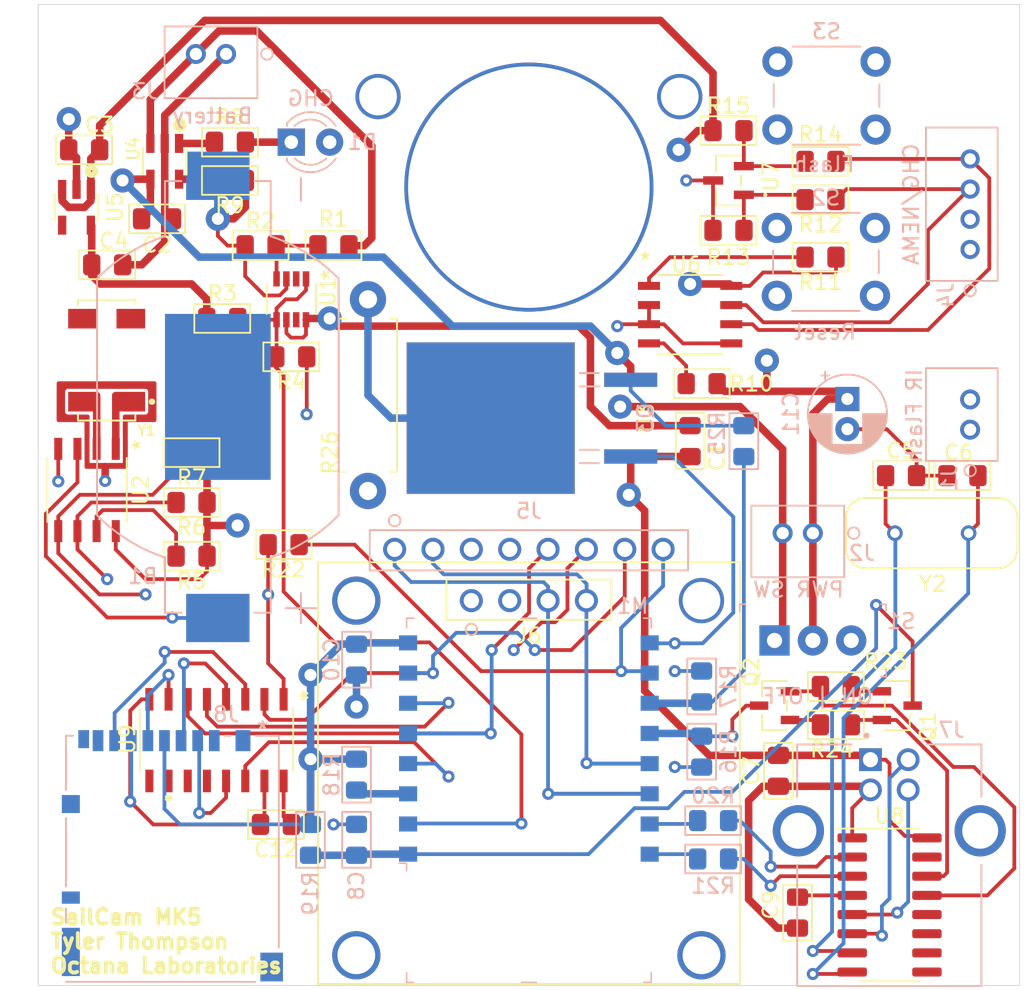
<source format=kicad_pcb>
(kicad_pcb (version 20171130) (host pcbnew "(5.1.5)-3")
  (layers (0 F.Cu signal) (1 In1.Cu signal hide) (2 In2.Cu signal) (31 B.Cu signal) (34 B.Paste user hide) (35 F.Paste user hide) (36 B.SilkS user) (37 F.SilkS user) (38 B.Mask user hide) (39 F.Mask user hide) (44 Edge.Cuts user))
  (net 0 "")
  (net 1 GND)
  (net 2 "Net-(B1-Pad+)")
  (net 3 /CHG)
  (net 4 VCC)
  (net 5 /Vcc_5v_S)
  (net 6 "Net-(C5-Pad1)")
  (net 7 "Net-(C6-Pad1)")
  (net 8 /Micro/RST)
  (net 9 "Net-(C9-Pad1)")
  (net 10 "Net-(D1-Pad1)")
  (net 11 /IR_CTL)
  (net 12 /NEMA-)
  (net 13 /NEMA+)
  (net 14 /SCL)
  (net 15 /SDA)
  (net 16 /SCK)
  (net 17 /Cam_CS)
  (net 18 "Net-(J7-Pad3)")
  (net 19 "Net-(J7-Pad2)")
  (net 20 "Net-(J8-Pad10)")
  (net 21 "Net-(J8-Pad9)")
  (net 22 "Net-(J8-Pad8)")
  (net 23 /MicroSD/SD_MISO)
  (net 24 /MicroSD/SD_MOSI)
  (net 25 /MicroSD/SD_CS)
  (net 26 "Net-(J8-Pad1)")
  (net 27 /Micro/Tx0)
  (net 28 /Micro/Rx0)
  (net 29 /Micro/GPIO0)
  (net 30 /Micro/GPIO2)
  (net 31 /SD_CS)
  (net 32 "Net-(M1-Pad3)")
  (net 33 /ADC0)
  (net 34 "Net-(Q1-Pad2)")
  (net 35 "Net-(Q1-Pad1)")
  (net 36 "Net-(Q2-Pad2)")
  (net 37 "Net-(Q2-Pad1)")
  (net 38 "Net-(Q3-Pad4)")
  (net 39 "Net-(Q3-Pad1)")
  (net 40 "Net-(R1-Pad2)")
  (net 41 "Net-(R5-Pad2)")
  (net 42 "Net-(R8-Pad1)")
  (net 43 "Net-(R9-Pad2)")
  (net 44 /NEMA_Tx)
  (net 45 /NEMA_Rx)
  (net 46 "Net-(R12-Pad2)")
  (net 47 "Net-(R14-Pad2)")
  (net 48 "Net-(R20-Pad1)")
  (net 49 "Net-(R21-Pad1)")
  (net 50 /OpAmpEN)
  (net 51 "Net-(U1-Pad2)")
  (net 52 "Net-(U2-Pad2)")
  (net 53 "Net-(U2-Pad1)")
  (net 54 "Net-(U5-Pad4)")
  (net 55 "Net-(U8-Pad15)")
  (net 56 "Net-(U8-Pad12)")
  (net 57 "Net-(U8-Pad11)")
  (net 58 "Net-(U8-Pad10)")
  (net 59 "Net-(U8-Pad9)")
  (net 60 "Net-(U9-Pad12)")
  (net 61 "Net-(U9-Pad11)")
  (net 62 "Net-(U9-Pad10)")
  (net 63 "Net-(U9-Pad9)")
  (net 64 /MicroSD/SD_SCK)
  (net 65 /Vcc_5v)
  (net 66 /MISO)
  (net 67 /MOSI)
  (net 68 "Net-(C2-Pad1)")
  (module MountingHole:MountingHole_4mm (layer F.Cu) (at 160.8635 67.3865)
    (fp_text reference REF**)
    (fp_text value MountingHole_4mm)
    (pad 1 np_thru_hole circle (at 0 0) (size 4 4) (drill 4) (layers *.Cu *.Mask))
  )
  (module MountingHole:MountingHole_4mm (layer F.Cu) (at 103.8405 67.3865)
    (fp_text reference REF**)
    (fp_text value MountingHole_4mm)
    (pad 1 np_thru_hole circle (at 0 0) (size 4 4) (drill 4) (layers *.Cu *.Mask))
  )
  (module MountingHole:MountingHole_4mm (layer F.Cu) (at 160.8635 107.3915)
    (fp_text reference REF**)
    (fp_text value MountingHole_4mm)
    (pad 1 np_thru_hole circle (at 0 0) (size 4 4) (drill 4) (layers *.Cu *.Mask))
  )
  (module MountingHole:MountingHole_4mm (layer F.Cu) (at 103.8405 107.3915)
    (fp_text reference REF**)
    (fp_text value MountingHole_4mm)
    (pad 1 np_thru_hole circle (at 0 0) (size 4 4) (drill 4) (layers *.Cu *.Mask))
  )
  (module LED_THT:LED_D3.0mm (layer B.Cu) (at 116.604 72.53)
    (fp_text reference D1 (at 4.699 0) (layer B.SilkS) (effects (justify mirror)))
    (fp_text value LED)
    (fp_text user CHG (at 1.3 -2.9) (layer B.SilkS) (effects (justify mirror)))
    (pad 2 thru_hole circle (at 2.54 0) (size 1.8 1.8) (drill 0.9) (layers *.Cu *.Mask) (net 4 VCC))
    (pad 1 thru_hole rect (at 0 0) (size 1.8 1.8) (drill 0.9) (layers *.Cu *.Mask) (net 10 "Net-(D1-Pad1)"))
  )
  (module digikey-footprints:Switch_Toggle_ATE1D-2M3-10-Z (layer B.Cu) (at 151.148 105.55)
    (fp_text reference S1 (at 5.842 -1.27 180) (layer B.SilkS) (effects (justify mirror)))
    (fp_text value SW_SPST)
    (fp_text user "ON | OFF" (at 0.3 3.7) (layer B.SilkS) (effects (justify mirror)))
    (pad 3 thru_hole circle (at 2.54 0) (size 2 2) (drill 1) (layers *.Cu *.Mask))
    (pad 2 thru_hole circle (at 0 0) (size 2 2) (drill 1) (layers *.Cu *.Mask) (net 65 /Vcc_5v))
    (pad 1 thru_hole rect (at -2.54 0) (size 2 2) (drill 1) (layers *.Cu *.Mask) (net 5 /Vcc_5v_S))
  )
  (module footprints:SS8050-G (layer F.Cu) (at 148.608 109.868 90)
    (fp_text reference Q2 (at 2.2225 -1.524 90) (layer F.SilkS))
    (fp_text value SS8050-G)
    (pad 3 smd rect (at 0 -1.021 90) (size 0.5588 1.2192) (layers F.Cu F.Paste F.Mask) (net 29 /Micro/GPIO0))
    (pad 2 smd rect (at 0.950001 1.020999 90) (size 0.5588 1.2192) (layers F.Cu F.Paste F.Mask) (net 36 "Net-(Q2-Pad2)"))
    (pad 1 smd rect (at -0.950001 1.020999 90) (size 0.5588 1.2192) (layers F.Cu F.Paste F.Mask) (net 37 "Net-(Q2-Pad1)"))
  )
  (module footprints:SS8050-G (layer F.Cu) (at 156.736 109.868 270)
    (fp_text reference Q1 (at 1.397 -2.032 90) (layer F.SilkS))
    (fp_text value SS8050-G)
    (pad 3 smd rect (at 0 -1.021 270) (size 0.5588 1.2192) (layers F.Cu F.Paste F.Mask) (net 8 /Micro/RST))
    (pad 2 smd rect (at 0.950001 1.020999 270) (size 0.5588 1.2192) (layers F.Cu F.Paste F.Mask) (net 34 "Net-(Q1-Pad2)"))
    (pad 1 smd rect (at -0.950001 1.020999 270) (size 0.5588 1.2192) (layers F.Cu F.Paste F.Mask) (net 35 "Net-(Q1-Pad1)"))
  )
  (module footprints:SM712.TCT (layer F.Cu) (at 145.56 75.07 90)
    (fp_text reference U7 (at 0.254 2.794 90) (layer F.SilkS))
    (fp_text value SM712.TCT)
    (pad 3 smd rect (at 0 -1.016 90) (size 0.5588 1.3208) (layers F.Cu F.Paste F.Mask) (net 1 GND))
    (pad 2 smd rect (at 0.950001 1.016 90) (size 0.5588 1.3208) (layers F.Cu F.Paste F.Mask) (net 47 "Net-(R14-Pad2)"))
    (pad 1 smd rect (at -0.950001 1.016 90) (size 0.5588 1.3208) (layers F.Cu F.Paste F.Mask) (net 46 "Net-(R12-Pad2)"))
  )
  (module footprints:NCV7805BD2TG (layer B.Cu) (at 129.812 90.818 270)
    (fp_text reference Q3 (at 0 -10.2235 90) (layer B.SilkS) (effects (justify mirror)))
    (fp_text value AOD1N60)
    (pad 3 smd rect (at 2.54 -9.271 270) (size 0.9398 3.5052) (layers B.Cu B.Paste B.Mask) (net 1 GND))
    (pad 4 smd rect (at 0 0 270) (size 10.033 11.1252) (layers B.Cu B.Paste B.Mask) (net 38 "Net-(Q3-Pad4)"))
    (pad 1 smd rect (at -2.54 -9.271 270) (size 0.9398 3.5052) (layers B.Cu B.Paste B.Mask) (net 39 "Net-(Q3-Pad1)"))
  )
  (module footprints:NCV7805BD2TG (layer F.Cu) (at 129.812 90.818 90)
    (fp_text reference U3 (at 0 10.287 90) (layer F.SilkS))
    (fp_text value NCV7805BD2TG)
    (pad 3 smd rect (at 2.54 9.271 90) (size 0.9398 3.5052) (layers F.Cu F.Paste F.Mask) (net 68 "Net-(C2-Pad1)"))
    (pad 4 smd rect (at 0 0 90) (size 10.033 11.1252) (layers F.Cu F.Paste F.Mask))
    (pad 1 smd rect (at -2.54 9.271 90) (size 0.9398 3.5052) (layers F.Cu F.Paste F.Mask) (net 3 /CHG))
  )
  (module footprints:SOT95P280X100-5N (layer F.Cu) (at 102.38 76.848 270)
    (fp_text reference U5 (at 0 -2.54 270) (layer F.SilkS))
    (fp_text value XC6220B331MR-G)
    (pad 5 smd rect (at 1.185 -0.95 270) (size 1.26 0.55) (layers F.Cu F.Paste F.Mask) (net 4 VCC))
    (pad 4 smd rect (at 1.185 0.95 270) (size 1.26 0.55) (layers F.Cu F.Paste F.Mask) (net 54 "Net-(U5-Pad4)"))
    (pad 3 smd rect (at -1.185 0.95 270) (size 1.26 0.55) (layers F.Cu F.Paste F.Mask) (net 65 /Vcc_5v))
    (pad 2 smd rect (at -1.185 0 270) (size 1.26 0.55) (layers F.Cu F.Paste F.Mask) (net 1 GND))
    (pad 1 smd rect (at -1.185 -0.95 270) (size 1.26 0.55) (layers F.Cu F.Paste F.Mask) (net 65 /Vcc_5v))
  )
  (module footprints:B2B-PH-K-SLFSN (layer B.Cu) (at 151.148 98.438)
    (fp_text reference J2 (at 3.2496 1.313999) (layer B.SilkS) (effects (justify mirror)))
    (fp_text value B2B-PH-K-SLFSN)
    (fp_text user "PWR SW" (at -0.9525 3.7465) (layer B.SilkS) (effects (justify mirror)))
    (pad 2 thru_hole circle (at -2.000001 0) (size 1.3208 1.3208) (drill 0.8128) (layers *.Cu *.Mask) (net 5 /Vcc_5v_S))
    (pad 1 thru_hole circle (at 0.000001 0) (size 1.3208 1.3208) (drill 0.8128) (layers *.Cu *.Mask) (net 65 /Vcc_5v))
  )
  (module footprints:B2B-PH-K-SLFSN (layer B.Cu) (at 161.562 91.58 270)
    (fp_text reference J1 (at 3.2496 1.373999 90) (layer B.SilkS) (effects (justify mirror)))
    (fp_text value B2B-PH-K-SLFSN)
    (fp_text user "IR Flash" (at -0.9 3.7 90) (layer B.SilkS) (effects (justify mirror)))
    (pad 2 thru_hole circle (at -2.000001 0 270) (size 1.3208 1.3208) (drill 0.8128) (layers *.Cu *.Mask) (net 65 /Vcc_5v))
    (pad 1 thru_hole circle (at 0.000001 0 270) (size 1.3208 1.3208) (drill 0.8128) (layers *.Cu *.Mask) (net 11 /IR_CTL))
  )
  (module footprints:B2B-PH-K-SLFSN (layer B.Cu) (at 112.286 66.688)
    (fp_text reference J3 (at -5.3975 2.4765) (layer B.SilkS) (effects (justify mirror)))
    (fp_text value B2B-PH-K-SLFSN)
    (fp_text user Battery (at -0.9 4.1) (layer B.SilkS) (effects (justify mirror)))
    (pad 2 thru_hole circle (at -2.000001 0) (size 1.3208 1.3208) (drill 0.8128) (layers *.Cu *.Mask) (net 5 /Vcc_5v_S))
    (pad 1 thru_hole circle (at 0.000001 0) (size 1.3208 1.3208) (drill 0.8128) (layers *.Cu *.Mask) (net 1 GND))
  )
  (module footprints:B4B-PH-K-SLFSN (layer B.Cu) (at 161.562 79.642 270)
    (fp_text reference J4 (at 3.053001 1.613999 90) (layer B.SilkS) (effects (justify mirror)))
    (fp_text value B4B-PH-K-SLFSN)
    (fp_text user CHG/NEMA (at -3 3.9 90) (layer B.SilkS) (effects (justify mirror)))
    (pad 4 thru_hole circle (at -5.999998 0 270) (size 1.27 1.27) (drill 0.762) (layers *.Cu *.Mask) (net 12 /NEMA-))
    (pad 3 thru_hole circle (at -4 0 270) (size 1.27 1.27) (drill 0.762) (layers *.Cu *.Mask) (net 13 /NEMA+))
    (pad 2 thru_hole circle (at -1.999999 0 270) (size 1.27 1.27) (drill 0.762) (layers *.Cu *.Mask) (net 1 GND))
    (pad 1 thru_hole circle (at 0 0 270) (size 1.27 1.27) (drill 0.762) (layers *.Cu *.Mask) (net 3 /CHG))
  )
  (module Capacitor_THT:CP_Radial_D5.0mm_P2.00mm (layer B.Cu) (at 153.434 89.548 270)
    (fp_text reference C11 (at 1 3.75 90) (layer B.SilkS) (effects (justify mirror)))
    (fp_text value "100 uF")
    (pad 2 thru_hole circle (at 2 0 270) (size 1.6 1.6) (drill 0.8) (layers *.Cu *.Mask) (net 1 GND))
    (pad 1 thru_hole rect (at 0 0 270) (size 1.6 1.6) (drill 0.8) (layers *.Cu *.Mask) (net 65 /Vcc_5v))
  )
  (module Button_Switch_THT:SW_PUSH_6mm (layer B.Cu) (at 155.302 67.196 180)
    (fp_text reference S3 (at 3.25 2 180) (layer B.SilkS) (effects (justify mirror)))
    (fp_text value SW_Push)
    (fp_text user Flash (at 3.4 -6.8) (layer B.SilkS) (effects (justify mirror)))
    (pad 1 thru_hole circle (at 6.5 0 90) (size 2 2) (drill 1.1) (layers *.Cu *.Mask) (net 29 /Micro/GPIO0))
    (pad 2 thru_hole circle (at 6.5 -4.5 90) (size 2 2) (drill 1.1) (layers *.Cu *.Mask) (net 1 GND))
    (pad 1 thru_hole circle (at 0 0 90) (size 2 2) (drill 1.1) (layers *.Cu *.Mask) (net 29 /Micro/GPIO0))
    (pad 2 thru_hole circle (at 0 -4.5 90) (size 2 2) (drill 1.1) (layers *.Cu *.Mask) (net 1 GND))
  )
  (module Button_Switch_THT:SW_PUSH_6mm (layer B.Cu) (at 155.262 78.212 180)
    (fp_text reference S2 (at 3.25 2 180) (layer B.SilkS) (effects (justify mirror)))
    (fp_text value SW_Push)
    (fp_text user Reset (at 3.3 -6.9) (layer B.SilkS) (effects (justify mirror)))
    (pad 1 thru_hole circle (at 6.5 0 90) (size 2 2) (drill 1.1) (layers *.Cu *.Mask) (net 8 /Micro/RST))
    (pad 2 thru_hole circle (at 6.5 -4.5 90) (size 2 2) (drill 1.1) (layers *.Cu *.Mask) (net 1 GND))
    (pad 1 thru_hole circle (at 0 0 90) (size 2 2) (drill 1.1) (layers *.Cu *.Mask) (net 8 /Micro/RST))
    (pad 2 thru_hole circle (at 0 -4.5 90) (size 2 2) (drill 1.1) (layers *.Cu *.Mask) (net 1 GND))
  )
  (module footprints:SSW-108-02-G-S (layer B.Cu) (at 132.34 99.51)
    (fp_text reference J5 (at 0 -2.54) (layer B.SilkS) (effects (justify mirror)))
    (fp_text value SSW-108-02-G-S)
    (pad 8 thru_hole circle (at 8.89 0 270) (size 1.524 1.524) (drill 1.016) (layers *.Cu *.Mask) (net 17 /Cam_CS))
    (pad 7 thru_hole circle (at 6.35 0 270) (size 1.524 1.524) (drill 1.016) (layers *.Cu *.Mask) (net 67 /MOSI))
    (pad 6 thru_hole circle (at 3.81 0 270) (size 1.524 1.524) (drill 1.016) (layers *.Cu *.Mask) (net 66 /MISO))
    (pad 5 thru_hole circle (at 1.27 0 270) (size 1.524 1.524) (drill 1.016) (layers *.Cu *.Mask) (net 16 /SCK))
    (pad 4 thru_hole circle (at -1.27 0 270) (size 1.524 1.524) (drill 1.016) (layers *.Cu *.Mask) (net 1 GND))
    (pad 3 thru_hole circle (at -3.81 0 270) (size 1.524 1.524) (drill 1.016) (layers *.Cu *.Mask) (net 4 VCC))
    (pad 2 thru_hole circle (at -6.35 0 270) (size 1.524 1.524) (drill 1.016) (layers *.Cu *.Mask) (net 15 /SDA))
    (pad 1 thru_hole circle (at -8.89 0 270) (size 1.524 1.524) (drill 1.016) (layers *.Cu *.Mask) (net 14 /SCL))
    (pad "" thru_hole circle (at -9.99 -30) (size 3 3) (drill 2.5) (layers *.Cu *.Mask))
    (pad "" thru_hole circle (at 9.99 -30) (size 3 3) (drill 2.5) (layers *.Cu *.Mask))
    (pad "" thru_hole circle (at 0 -24) (size 16.5 16.5) (drill 16) (layers *.Cu *.Mask))
  )
  (module digikey-footprints:WIFI_Module_ESP8266_2491 (layer B.Cu) (at 132.34 112.71)
    (fp_text reference M1 (at 6.87 -9.446) (layer B.SilkS) (effects (justify mirror)))
    (fp_text value 2491)
    (pad 16 smd rect (at 8 7) (size 1.2 1) (layers B.Cu B.Paste B.Mask) (net 27 /Micro/Tx0))
    (pad 15 smd rect (at 8 5) (size 1.2 1) (layers B.Cu B.Paste B.Mask) (net 28 /Micro/Rx0))
    (pad 14 smd rect (at 8 3) (size 1.2 1) (layers B.Cu B.Paste B.Mask) (net 14 /SCL))
    (pad 13 smd rect (at 8 1) (size 1.2 1) (layers B.Cu B.Paste B.Mask) (net 15 /SDA))
    (pad 12 smd rect (at 8 -1) (size 1.2 1) (layers B.Cu B.Paste B.Mask) (net 29 /Micro/GPIO0))
    (pad 11 smd rect (at 8 -3) (size 1.2 1) (layers B.Cu B.Paste B.Mask) (net 30 /Micro/GPIO2))
    (pad 10 smd rect (at 8 -5) (size 1.2 1) (layers B.Cu B.Paste B.Mask) (net 17 /Cam_CS))
    (pad 9 smd rect (at 8 -7) (size 1.2 1) (layers B.Cu B.Paste B.Mask) (net 1 GND))
    (pad 8 smd rect (at -8 -7) (size 1.2 1) (layers B.Cu B.Paste B.Mask) (net 4 VCC))
    (pad 7 smd rect (at -8 -5) (size 1.2 1) (layers B.Cu B.Paste B.Mask) (net 67 /MOSI))
    (pad 6 smd rect (at -8 -3) (size 1.2 1) (layers B.Cu B.Paste B.Mask) (net 66 /MISO))
    (pad 5 smd rect (at -8 -1) (size 1.2 1) (layers B.Cu B.Paste B.Mask) (net 16 /SCK))
    (pad 4 smd rect (at -8 1) (size 1.2 1) (layers B.Cu B.Paste B.Mask) (net 31 /SD_CS))
    (pad 3 smd rect (at -8 3) (size 1.2 1) (layers B.Cu B.Paste B.Mask) (net 32 "Net-(M1-Pad3)"))
    (pad 2 smd rect (at -8 5) (size 1.2 1) (layers B.Cu B.Paste B.Mask) (net 33 /ADC0))
    (pad 1 smd rect (at -8 7) (size 1.2 1) (layers B.Cu B.Paste B.Mask) (net 8 /Micro/RST))
  )
  (module footprints:SSW-104-02-G-S_OLED (layer F.Cu) (at 132.34 102.91 180)
    (fp_text reference J6 (at 0 -2.3225 180) (layer F.SilkS))
    (fp_text value SSW-104-02-G-S)
    (pad "" thru_hole circle (at -11.43 -23.5 180) (size 3.2 3.2) (drill 2.5) (layers *.Cu *.Mask))
    (pad "" thru_hole circle (at 11.43 -23.5 180) (size 3.2 3.2) (drill 2.5) (layers *.Cu *.Mask))
    (pad "" thru_hole circle (at -11.43 0 180) (size 3 3) (drill 2.5) (layers *.Cu *.Mask))
    (pad "" thru_hole circle (at 11.43 0 180) (size 3.2 3.2) (drill 2.5) (layers *.Cu *.Mask))
    (pad 4 thru_hole circle (at -3.81 0 90) (size 1.524 1.524) (drill 1.016) (layers *.Cu *.Mask) (net 15 /SDA))
    (pad 3 thru_hole circle (at -1.27 0 90) (size 1.524 1.524) (drill 1.016) (layers *.Cu *.Mask) (net 14 /SCL))
    (pad 2 thru_hole circle (at 1.27 0 90) (size 1.524 1.524) (drill 1.016) (layers *.Cu *.Mask) (net 4 VCC))
    (pad 1 thru_hole circle (at 3.81 0 90) (size 1.524 1.524) (drill 1.016) (layers *.Cu *.Mask) (net 1 GND))
  )
  (module Resistor_THT:R_Axial_DIN0411_L9.9mm_D3.6mm_P12.70mm_Horizontal (layer F.Cu) (at 121.684 95.644 90)
    (fp_text reference R26 (at 2.54 -2.52 90) (layer F.SilkS))
    (fp_text value "10 KΩ")
    (pad 2 thru_hole oval (at 12.7 0 90) (size 2.4 2.4) (drill 1.2) (layers *.Cu *.Mask) (net 38 "Net-(Q3-Pad4)"))
    (pad 1 thru_hole circle (at 0 0 90) (size 2.4 2.4) (drill 1.2) (layers *.Cu *.Mask) (net 11 /IR_CTL))
  )
  (module footprints:XTAL_ECS-120-20-4X (layer F.Cu) (at 159.022 98.438)
    (fp_text reference Y2 (at 0.0635 3.3655) (layer F.SilkS) (effects (font (size 1.000811 1.000811))))
    (fp_text value ECS-120-20-4X)
    (pad 2 thru_hole circle (at 2.44 0) (size 1.03 1.03) (drill 0.63) (layers *.Cu *.Mask) (net 7 "Net-(C6-Pad1)"))
    (pad 1 thru_hole circle (at -2.44 0) (size 1.03 1.03) (drill 0.63) (layers *.Cu *.Mask) (net 6 "Net-(C5-Pad1)"))
  )
  (module footprints:XTAL_ABS25-32.768KHZ-6-1-T (layer F.Cu) (at 104.376 86.978 180)
    (fp_text reference Y1 (at -2.6395 -4.6655) (layer F.SilkS) (effects (font (size 0.630742 0.630742))))
    (fp_text value ABS25-32.768KHZ-6-1-T)
    (pad 4 smd rect (at 1.6 -2.75 180) (size 1.9 1.3) (layers F.Cu F.Paste F.Mask) (net 52 "Net-(U2-Pad2)"))
    (pad 3 smd rect (at 1.6 2.75 180) (size 1.9 1.3) (layers F.Cu F.Paste F.Mask))
    (pad 2 smd rect (at -1.6 2.75 180) (size 1.9 1.3) (layers F.Cu F.Paste F.Mask))
    (pad 1 smd rect (at -1.6 -2.75 180) (size 1.9 1.3) (layers F.Cu F.Paste F.Mask) (net 53 "Net-(U2-Pad1)"))
  )
  (module footprints:MC74HC365ADG (layer F.Cu) (at 111.651 112.154 270)
    (fp_text reference U9 (at -0.0635 5.9055 90) (layer F.SilkS))
    (fp_text value MC74HC365ADG)
    (fp_text user * (at -2.9591 -6.1214 90) (layer F.SilkS))
    (fp_text user * (at -2.9591 -6.1214 90) (layer F.SilkS))
    (pad 16 smd rect (at 2.7051 -4.445 270) (size 1.4986 0.5334) (layers F.Cu F.Paste F.Mask) (net 4 VCC))
    (pad 15 smd rect (at 2.7051 -3.175 270) (size 1.4986 0.5334) (layers F.Cu F.Paste F.Mask) (net 1 GND))
    (pad 14 smd rect (at 2.7051 -1.905 270) (size 1.4986 0.5334) (layers F.Cu F.Paste F.Mask) (net 31 /SD_CS))
    (pad 13 smd rect (at 2.7051 -0.635 270) (size 1.4986 0.5334) (layers F.Cu F.Paste F.Mask) (net 25 /MicroSD/SD_CS))
    (pad 12 smd rect (at 2.7051 0.635 270) (size 1.4986 0.5334) (layers F.Cu F.Paste F.Mask) (net 60 "Net-(U9-Pad12)"))
    (pad 11 smd rect (at 2.7051 1.905 270) (size 1.4986 0.5334) (layers F.Cu F.Paste F.Mask) (net 61 "Net-(U9-Pad11)"))
    (pad 10 smd rect (at 2.7051 3.175 270) (size 1.4986 0.5334) (layers F.Cu F.Paste F.Mask) (net 62 "Net-(U9-Pad10)"))
    (pad 9 smd rect (at 2.7051 4.445 270) (size 1.4986 0.5334) (layers F.Cu F.Paste F.Mask) (net 63 "Net-(U9-Pad9)"))
    (pad 8 smd rect (at -2.7051 4.445 270) (size 1.4986 0.5334) (layers F.Cu F.Paste F.Mask) (net 1 GND))
    (pad 7 smd rect (at -2.7051 3.175 270) (size 1.4986 0.5334) (layers F.Cu F.Paste F.Mask) (net 64 /MicroSD/SD_SCK))
    (pad 6 smd rect (at -2.7051 1.905 270) (size 1.4986 0.5334) (layers F.Cu F.Paste F.Mask) (net 16 /SCK))
    (pad 5 smd rect (at -2.7051 0.635 270) (size 1.4986 0.5334) (layers F.Cu F.Paste F.Mask) (net 66 /MISO))
    (pad 4 smd rect (at -2.7051 -0.635 270) (size 1.4986 0.5334) (layers F.Cu F.Paste F.Mask) (net 24 /MicroSD/SD_MOSI))
    (pad 3 smd rect (at -2.7051 -1.905 270) (size 1.4986 0.5334) (layers F.Cu F.Paste F.Mask) (net 23 /MicroSD/SD_MISO))
    (pad 2 smd rect (at -2.7051 -3.175 270) (size 1.4986 0.5334) (layers F.Cu F.Paste F.Mask) (net 67 /MOSI))
    (pad 1 smd rect (at -2.7051 -4.445 270) (size 1.4986 0.5334) (layers F.Cu F.Paste F.Mask) (net 1 GND))
  )
  (module Package_SO:SOIC-16_3.9x9.9mm_P1.27mm (layer F.Cu) (at 156.228 123.076)
    (fp_text reference U8 (at 0 -5.9) (layer F.SilkS))
    (fp_text value CH340G)
    (pad 16 smd roundrect (at 2.475 -4.445) (size 1.95 0.6) (layers F.Cu F.Paste F.Mask) (net 3 /CHG))
    (pad 15 smd roundrect (at 2.475 -3.175) (size 1.95 0.6) (layers F.Cu F.Paste F.Mask) (net 55 "Net-(U8-Pad15)"))
    (pad 14 smd roundrect (at 2.475 -1.905) (size 1.95 0.6) (layers F.Cu F.Paste F.Mask) (net 34 "Net-(Q1-Pad2)"))
    (pad 13 smd roundrect (at 2.475 -0.635) (size 1.95 0.6) (layers F.Cu F.Paste F.Mask) (net 36 "Net-(Q2-Pad2)"))
    (pad 12 smd roundrect (at 2.475 0.635) (size 1.95 0.6) (layers F.Cu F.Paste F.Mask) (net 56 "Net-(U8-Pad12)"))
    (pad 11 smd roundrect (at 2.475 1.905) (size 1.95 0.6) (layers F.Cu F.Paste F.Mask) (net 57 "Net-(U8-Pad11)"))
    (pad 10 smd roundrect (at 2.475 3.175) (size 1.95 0.6) (layers F.Cu F.Paste F.Mask) (net 58 "Net-(U8-Pad10)"))
    (pad 9 smd roundrect (at 2.475 4.445) (size 1.95 0.6) (layers F.Cu F.Paste F.Mask) (net 59 "Net-(U8-Pad9)"))
    (pad 8 smd roundrect (at -2.475 4.445) (size 1.95 0.6) (layers F.Cu F.Paste F.Mask) (net 7 "Net-(C6-Pad1)"))
    (pad 7 smd roundrect (at -2.475 3.175) (size 1.95 0.6) (layers F.Cu F.Paste F.Mask) (net 6 "Net-(C5-Pad1)"))
    (pad 6 smd roundrect (at -2.475 1.905) (size 1.95 0.6) (layers F.Cu F.Paste F.Mask) (net 19 "Net-(J7-Pad2)"))
    (pad 5 smd roundrect (at -2.475 0.635) (size 1.95 0.6) (layers F.Cu F.Paste F.Mask) (net 18 "Net-(J7-Pad3)"))
    (pad 4 smd roundrect (at -2.475 -0.635) (size 1.95 0.6) (layers F.Cu F.Paste F.Mask) (net 9 "Net-(C9-Pad1)"))
    (pad 3 smd roundrect (at -2.475 -1.905) (size 1.95 0.6) (layers F.Cu F.Paste F.Mask) (net 49 "Net-(R21-Pad1)"))
    (pad 2 smd roundrect (at -2.475 -3.175) (size 1.95 0.6) (layers F.Cu F.Paste F.Mask) (net 48 "Net-(R20-Pad1)"))
    (pad 1 smd roundrect (at -2.475 -4.445) (size 1.95 0.6) (layers F.Cu F.Paste F.Mask) (net 1 GND))
  )
  (module footprints:MAX485CSA&plus_ (layer F.Cu) (at 143.02 83.96)
    (fp_text reference U6 (at -0.254 -3.302) (layer F.SilkS))
    (fp_text value MAX485CSA+)
    (fp_text user * (at -2.97815 -3.5814) (layer F.SilkS))
    (fp_text user * (at -2.97815 -3.5814) (layer F.SilkS))
    (pad 8 smd rect (at 2.72415 -1.905) (size 1.4605 0.5334) (layers F.Cu F.Paste F.Mask) (net 65 /Vcc_5v))
    (pad 7 smd rect (at 2.72415 -0.635) (size 1.4605 0.5334) (layers F.Cu F.Paste F.Mask) (net 13 /NEMA+))
    (pad 6 smd rect (at 2.72415 0.635) (size 1.4605 0.5334) (layers F.Cu F.Paste F.Mask) (net 12 /NEMA-))
    (pad 5 smd rect (at 2.72415 1.905) (size 1.4605 0.5334) (layers F.Cu F.Paste F.Mask) (net 1 GND))
    (pad 4 smd rect (at -2.72415 1.905) (size 1.4605 0.5334) (layers F.Cu F.Paste F.Mask) (net 44 /NEMA_Tx))
    (pad 3 smd rect (at -2.72415 0.635) (size 1.4605 0.5334) (layers F.Cu F.Paste F.Mask) (net 1 GND))
    (pad 2 smd rect (at -2.72415 -0.635) (size 1.4605 0.5334) (layers F.Cu F.Paste F.Mask) (net 1 GND))
    (pad 1 smd rect (at -2.72415 -1.905) (size 1.4605 0.5334) (layers F.Cu F.Paste F.Mask) (net 45 /NEMA_Rx))
  )
  (module footprints:SOT95P280X100-5N (layer F.Cu) (at 108.222 73.8 270)
    (fp_text reference U4 (at -0.8255 2.0955 90) (layer F.SilkS) (effects (font (size 0.8 0.8))))
    (fp_text value LTC4054ES5-4.2#TRMPBF)
    (pad 5 smd rect (at 1.185 -0.95 270) (size 1.26 0.55) (layers F.Cu F.Paste F.Mask) (net 43 "Net-(R9-Pad2)"))
    (pad 4 smd rect (at 1.185 0.95 270) (size 1.26 0.55) (layers F.Cu F.Paste F.Mask) (net 68 "Net-(C2-Pad1)"))
    (pad 3 smd rect (at -1.185 0.95 270) (size 1.26 0.55) (layers F.Cu F.Paste F.Mask) (net 5 /Vcc_5v_S))
    (pad 2 smd rect (at -1.185 0 270) (size 1.26 0.55) (layers F.Cu F.Paste F.Mask) (net 1 GND))
    (pad 1 smd rect (at -1.185 -0.95 270) (size 1.26 0.55) (layers F.Cu F.Paste F.Mask) (net 42 "Net-(R8-Pad1)"))
  )
  (module footprints:DS1672S-33&plus_T&R (layer F.Cu) (at 103.076 95.578 270)
    (fp_text reference U2 (at 0.0025 -3.5585 90) (layer F.SilkS))
    (fp_text value DS1672S-33+T&R)
    (fp_text user * (at -2.97815 -3.5814 90) (layer F.SilkS))
    (fp_text user * (at -2.97815 -3.5814 90) (layer F.SilkS))
    (pad 8 smd rect (at 2.72415 -1.905 270) (size 1.4605 0.5334) (layers F.Cu F.Paste F.Mask) (net 4 VCC))
    (pad 7 smd rect (at 2.72415 -0.635 270) (size 1.4605 0.5334) (layers F.Cu F.Paste F.Mask) (net 41 "Net-(R5-Pad2)"))
    (pad 6 smd rect (at 2.72415 0.635 270) (size 1.4605 0.5334) (layers F.Cu F.Paste F.Mask) (net 14 /SCL))
    (pad 5 smd rect (at 2.72415 1.905 270) (size 1.4605 0.5334) (layers F.Cu F.Paste F.Mask) (net 15 /SDA))
    (pad 4 smd rect (at -2.72415 1.905 270) (size 1.4605 0.5334) (layers F.Cu F.Paste F.Mask) (net 1 GND))
    (pad 3 smd rect (at -2.72415 0.635 270) (size 1.4605 0.5334) (layers F.Cu F.Paste F.Mask) (net 2 "Net-(B1-Pad+)"))
    (pad 2 smd rect (at -2.72415 -0.635 270) (size 1.4605 0.5334) (layers F.Cu F.Paste F.Mask) (net 52 "Net-(U2-Pad2)"))
    (pad 1 smd rect (at -2.72415 -1.905 270) (size 1.4605 0.5334) (layers F.Cu F.Paste F.Mask) (net 53 "Net-(U2-Pad1)"))
  )
  (module footprints:ADA4806-1ARJZ-R7 (layer F.Cu) (at 116.604 82.944 270)
    (fp_text reference U1 (at -0.508 -2.413 90) (layer F.SilkS))
    (fp_text value ADA4806-1ARJZ-R7)
    (fp_text user * (at -1.60655 -2.5498 90) (layer F.SilkS))
    (fp_text user * (at -1.60655 -2.5498 90) (layer F.SilkS))
    (pad 8 smd rect (at 1.35255 -0.974999 270) (size 1.0033 0.4318) (layers F.Cu F.Paste F.Mask) (net 4 VCC))
    (pad 7 smd rect (at 1.35255 -0.325001 270) (size 1.0033 0.4318) (layers F.Cu F.Paste F.Mask) (net 50 /OpAmpEN))
    (pad 6 smd rect (at 1.35255 0.325001 270) (size 1.0033 0.4318) (layers F.Cu F.Paste F.Mask) (net 4 VCC))
    (pad 5 smd rect (at 1.35255 0.974999 270) (size 1.0033 0.4318) (layers F.Cu F.Paste F.Mask) (net 33 /ADC0))
    (pad 4 smd rect (at -1.35255 0.974999 270) (size 1.0033 0.4318) (layers F.Cu F.Paste F.Mask) (net 40 "Net-(R1-Pad2)"))
    (pad 3 smd rect (at -1.35255 0.325001 270) (size 1.0033 0.4318) (layers F.Cu F.Paste F.Mask) (net 1 GND))
    (pad 2 smd rect (at -1.35255 -0.325001 270) (size 1.0033 0.4318) (layers F.Cu F.Paste F.Mask) (net 51 "Net-(U1-Pad2)"))
    (pad 1 smd rect (at -1.35255 -0.974999 270) (size 1.0033 0.4318) (layers F.Cu F.Paste F.Mask) (net 33 /ADC0))
  )
  (module footprints:C_0805_2012Metric_Pad1.15x1.40mm_HandSolder_FullSilk (layer B.Cu) (at 146.576 92.342 90)
    (fp_text reference R25 (at 0.508 -1.778 270) (layer B.SilkS) (effects (justify mirror)))
    (fp_text value "1 KΩ")
    (pad 2 smd roundrect (at 1.025 0 90) (size 1.15 1.4) (layers B.Cu B.Paste B.Mask) (roundrect_rratio 0.217391) (net 39 "Net-(Q3-Pad1)"))
    (pad 1 smd roundrect (at -1.025 0 90) (size 1.15 1.4) (layers B.Cu B.Paste B.Mask) (roundrect_rratio 0.217391) (net 30 /Micro/GPIO2))
  )
  (module footprints:C_0805_2012Metric_Pad1.15x1.40mm_HandSolder_FullSilk (layer F.Cu) (at 152.672 111.138 180)
    (fp_text reference R24 (at 0.254 -1.65) (layer F.SilkS))
    (fp_text value "10 KΩ")
    (pad 2 smd roundrect (at 1.025 0 180) (size 1.15 1.4) (layers F.Cu F.Paste F.Mask) (roundrect_rratio 0.217391) (net 37 "Net-(Q2-Pad1)"))
    (pad 1 smd roundrect (at -1.025 0 180) (size 1.15 1.4) (layers F.Cu F.Paste F.Mask) (roundrect_rratio 0.217391) (net 34 "Net-(Q1-Pad2)"))
  )
  (module footprints:C_0805_2012Metric_Pad1.15x1.40mm_HandSolder_FullSilk (layer F.Cu) (at 152.672 108.598)
    (fp_text reference R23 (at 3.302 -1.65) (layer F.SilkS))
    (fp_text value "10 KΩ")
    (pad 2 smd roundrect (at 1.025 0) (size 1.15 1.4) (layers F.Cu F.Paste F.Mask) (roundrect_rratio 0.217391) (net 35 "Net-(Q1-Pad1)"))
    (pad 1 smd roundrect (at -1.025 0) (size 1.15 1.4) (layers F.Cu F.Paste F.Mask) (roundrect_rratio 0.217391) (net 36 "Net-(Q2-Pad2)"))
  )
  (module footprints:C_0805_2012Metric_Pad1.15x1.40mm_HandSolder_FullSilk (layer F.Cu) (at 116.096 99.2 180)
    (fp_text reference R22 (at 0 -1.65) (layer F.SilkS))
    (fp_text value "10 KΩ")
    (pad 2 smd roundrect (at 1.025 0 180) (size 1.15 1.4) (layers F.Cu F.Paste F.Mask) (roundrect_rratio 0.217391) (net 1 GND))
    (pad 1 smd roundrect (at -1.025 0 180) (size 1.15 1.4) (layers F.Cu F.Paste F.Mask) (roundrect_rratio 0.217391) (net 17 /Cam_CS))
  )
  (module footprints:C_0805_2012Metric_Pad1.15x1.40mm_HandSolder_FullSilk (layer B.Cu) (at 144.544 120.028 180)
    (fp_text reference R21 (at 0 -1.778) (layer B.SilkS) (effects (justify mirror)))
    (fp_text value "470 Ω")
    (pad 2 smd roundrect (at 1.025 0 180) (size 1.15 1.4) (layers B.Cu B.Paste B.Mask) (roundrect_rratio 0.217391) (net 27 /Micro/Tx0))
    (pad 1 smd roundrect (at -1.025 0 180) (size 1.15 1.4) (layers B.Cu B.Paste B.Mask) (roundrect_rratio 0.217391) (net 49 "Net-(R21-Pad1)"))
  )
  (module footprints:C_0805_2012Metric_Pad1.15x1.40mm_HandSolder_FullSilk (layer B.Cu) (at 144.544 117.488 180)
    (fp_text reference R20 (at 0 1.65 180) (layer B.SilkS) (effects (justify mirror)))
    (fp_text value "470 Ω")
    (pad 2 smd roundrect (at 1.025 0 180) (size 1.15 1.4) (layers B.Cu B.Paste B.Mask) (roundrect_rratio 0.217391) (net 28 /Micro/Rx0))
    (pad 1 smd roundrect (at -1.025 0 180) (size 1.15 1.4) (layers B.Cu B.Paste B.Mask) (roundrect_rratio 0.217391) (net 48 "Net-(R20-Pad1)"))
  )
  (module footprints:C_0805_2012Metric_Pad1.15x1.40mm_HandSolder_FullSilk (layer B.Cu) (at 117.874 118.758 270)
    (fp_text reference R19 (at 3.556 0 90) (layer B.SilkS) (effects (justify mirror)))
    (fp_text value "10 KΩ")
    (pad 2 smd roundrect (at 1.025 0 270) (size 1.15 1.4) (layers B.Cu B.Paste B.Mask) (roundrect_rratio 0.217391) (net 8 /Micro/RST))
    (pad 1 smd roundrect (at -1.025 0 270) (size 1.15 1.4) (layers B.Cu B.Paste B.Mask) (roundrect_rratio 0.217391) (net 4 VCC))
  )
  (module footprints:C_0805_2012Metric_Pad1.15x1.40mm_HandSolder_FullSilk (layer B.Cu) (at 120.922 114.44 270)
    (fp_text reference R18 (at 0 1.65 270) (layer B.SilkS) (effects (justify mirror)))
    (fp_text value "10 KΩ")
    (pad 2 smd roundrect (at 1.025 0 270) (size 1.15 1.4) (layers B.Cu B.Paste B.Mask) (roundrect_rratio 0.217391) (net 32 "Net-(M1-Pad3)"))
    (pad 1 smd roundrect (at -1.025 0 270) (size 1.15 1.4) (layers B.Cu B.Paste B.Mask) (roundrect_rratio 0.217391) (net 4 VCC))
  )
  (module footprints:C_0805_2012Metric_Pad1.15x1.40mm_HandSolder_FullSilk (layer B.Cu) (at 143.782 108.598 270)
    (fp_text reference R17 (at 0 -1.778 270) (layer B.SilkS) (effects (justify mirror)))
    (fp_text value "10 KΩ")
    (pad 2 smd roundrect (at 1.025 0 270) (size 1.15 1.4) (layers B.Cu B.Paste B.Mask) (roundrect_rratio 0.217391) (net 30 /Micro/GPIO2))
    (pad 1 smd roundrect (at -1.025 0 270) (size 1.15 1.4) (layers B.Cu B.Paste B.Mask) (roundrect_rratio 0.217391) (net 4 VCC))
  )
  (module footprints:C_0805_2012Metric_Pad1.15x1.40mm_HandSolder_FullSilk (layer B.Cu) (at 143.782 112.916 90)
    (fp_text reference R16 (at 0 1.778 270) (layer B.SilkS) (effects (justify mirror)))
    (fp_text value "10 KΩ")
    (pad 2 smd roundrect (at 1.025 0 90) (size 1.15 1.4) (layers B.Cu B.Paste B.Mask) (roundrect_rratio 0.217391) (net 29 /Micro/GPIO0))
    (pad 1 smd roundrect (at -1.025 0 90) (size 1.15 1.4) (layers B.Cu B.Paste B.Mask) (roundrect_rratio 0.217391) (net 4 VCC))
  )
  (module footprints:C_0805_2012Metric_Pad1.15x1.40mm_HandSolder_FullSilk (layer F.Cu) (at 145.56 71.768)
    (fp_text reference R15 (at 0 -1.65) (layer F.SilkS))
    (fp_text value "330 Ω")
    (pad 2 smd roundrect (at 1.025 0) (size 1.15 1.4) (layers F.Cu F.Paste F.Mask) (roundrect_rratio 0.217391) (net 47 "Net-(R14-Pad2)"))
    (pad 1 smd roundrect (at -1.025 0) (size 1.15 1.4) (layers F.Cu F.Paste F.Mask) (roundrect_rratio 0.217391) (net 65 /Vcc_5v))
  )
  (module footprints:C_0805_2012Metric_Pad1.15x1.40mm_HandSolder_FullSilk (layer F.Cu) (at 151.656 73.8 180)
    (fp_text reference R14 (at 0 1.778) (layer F.SilkS))
    (fp_text value "10 Ω")
    (pad 2 smd roundrect (at 1.025 0 180) (size 1.15 1.4) (layers F.Cu F.Paste F.Mask) (roundrect_rratio 0.217391) (net 47 "Net-(R14-Pad2)"))
    (pad 1 smd roundrect (at -1.025 0 180) (size 1.15 1.4) (layers F.Cu F.Paste F.Mask) (roundrect_rratio 0.217391) (net 12 /NEMA-))
  )
  (module footprints:C_0805_2012Metric_Pad1.15x1.40mm_HandSolder_FullSilk (layer F.Cu) (at 145.56 78.372)
    (fp_text reference R13 (at 0 1.778) (layer F.SilkS))
    (fp_text value "330 Ω")
    (pad 2 smd roundrect (at 1.025 0) (size 1.15 1.4) (layers F.Cu F.Paste F.Mask) (roundrect_rratio 0.217391) (net 46 "Net-(R12-Pad2)"))
    (pad 1 smd roundrect (at -1.025 0) (size 1.15 1.4) (layers F.Cu F.Paste F.Mask) (roundrect_rratio 0.217391) (net 1 GND))
  )
  (module footprints:C_0805_2012Metric_Pad1.15x1.40mm_HandSolder_FullSilk (layer F.Cu) (at 151.656 76.34 180)
    (fp_text reference R12 (at 0 -1.65) (layer F.SilkS))
    (fp_text value "10 Ω")
    (pad 2 smd roundrect (at 1.025 0 180) (size 1.15 1.4) (layers F.Cu F.Paste F.Mask) (roundrect_rratio 0.217391) (net 46 "Net-(R12-Pad2)"))
    (pad 1 smd roundrect (at -1.025 0 180) (size 1.15 1.4) (layers F.Cu F.Paste F.Mask) (roundrect_rratio 0.217391) (net 13 /NEMA+))
  )
  (module footprints:C_0805_2012Metric_Pad1.15x1.40mm_HandSolder_FullSilk (layer F.Cu) (at 151.656 80.15 180)
    (fp_text reference R11 (at 0 -1.65) (layer F.SilkS))
    (fp_text value "10 KΩ")
    (pad 2 smd roundrect (at 1.025 0 180) (size 1.15 1.4) (layers F.Cu F.Paste F.Mask) (roundrect_rratio 0.217391) (net 45 /NEMA_Rx))
    (pad 1 smd roundrect (at -1.025 0 180) (size 1.15 1.4) (layers F.Cu F.Paste F.Mask) (roundrect_rratio 0.217391) (net 65 /Vcc_5v))
  )
  (module footprints:C_0805_2012Metric_Pad1.15x1.40mm_HandSolder_FullSilk (layer F.Cu) (at 143.782 88.532 180)
    (fp_text reference R10 (at -3.302 0) (layer F.SilkS))
    (fp_text value "10 KΩ")
    (pad 2 smd roundrect (at 1.025 0 180) (size 1.15 1.4) (layers F.Cu F.Paste F.Mask) (roundrect_rratio 0.217391) (net 44 /NEMA_Tx))
    (pad 1 smd roundrect (at -1.025 0 180) (size 1.15 1.4) (layers F.Cu F.Paste F.Mask) (roundrect_rratio 0.217391) (net 65 /Vcc_5v))
  )
  (module footprints:C_0805_2012Metric_Pad1.15x1.40mm_HandSolder_FullSilk (layer F.Cu) (at 112.54 75.07 180)
    (fp_text reference R9 (at 0 -1.65) (layer F.SilkS))
    (fp_text value "3 KΩ")
    (pad 2 smd roundrect (at 1.025 0 180) (size 1.15 1.4) (layers F.Cu F.Paste F.Mask) (roundrect_rratio 0.217391) (net 43 "Net-(R9-Pad2)"))
    (pad 1 smd roundrect (at -1.025 0 180) (size 1.15 1.4) (layers F.Cu F.Paste F.Mask) (roundrect_rratio 0.217391) (net 1 GND))
  )
  (module footprints:C_0805_2012Metric_Pad1.15x1.40mm_HandSolder_FullSilk (layer F.Cu) (at 112.54 72.53)
    (fp_text reference R8 (at 0 -1.65) (layer F.SilkS))
    (fp_text value "1k Ω")
    (pad 2 smd roundrect (at 1.025 0) (size 1.15 1.4) (layers F.Cu F.Paste F.Mask) (roundrect_rratio 0.217391) (net 10 "Net-(D1-Pad1)"))
    (pad 1 smd roundrect (at -1.025 0) (size 1.15 1.4) (layers F.Cu F.Paste F.Mask) (roundrect_rratio 0.217391) (net 42 "Net-(R8-Pad1)"))
  )
  (module footprints:C_0805_2012Metric_Pad1.15x1.40mm_HandSolder_FullSilk (layer F.Cu) (at 110 93.104 180)
    (fp_text reference R7 (at 0 -1.65) (layer F.SilkS))
    (fp_text value "1 KΩ")
    (pad 2 smd roundrect (at 1.025 0 180) (size 1.15 1.4) (layers F.Cu F.Paste F.Mask) (roundrect_rratio 0.217391) (net 15 /SDA))
    (pad 1 smd roundrect (at -1.025 0 180) (size 1.15 1.4) (layers F.Cu F.Paste F.Mask) (roundrect_rratio 0.217391) (net 4 VCC))
  )
  (module footprints:C_0805_2012Metric_Pad1.15x1.40mm_HandSolder_FullSilk (layer F.Cu) (at 110 96.406 180)
    (fp_text reference R6 (at 0 -1.65) (layer F.SilkS))
    (fp_text value "1 KΩ")
    (pad 2 smd roundrect (at 1.025 0 180) (size 1.15 1.4) (layers F.Cu F.Paste F.Mask) (roundrect_rratio 0.217391) (net 14 /SCL))
    (pad 1 smd roundrect (at -1.025 0 180) (size 1.15 1.4) (layers F.Cu F.Paste F.Mask) (roundrect_rratio 0.217391) (net 4 VCC))
  )
  (module footprints:C_0805_2012Metric_Pad1.15x1.40mm_HandSolder_FullSilk (layer F.Cu) (at 110 99.962 180)
    (fp_text reference R5 (at 0 -1.65) (layer F.SilkS))
    (fp_text value "1 KΩ")
    (pad 2 smd roundrect (at 1.025 0 180) (size 1.15 1.4) (layers F.Cu F.Paste F.Mask) (roundrect_rratio 0.217391) (net 41 "Net-(R5-Pad2)"))
    (pad 1 smd roundrect (at -1.025 0 180) (size 1.15 1.4) (layers F.Cu F.Paste F.Mask) (roundrect_rratio 0.217391) (net 4 VCC))
  )
  (module footprints:C_0805_2012Metric_Pad1.15x1.40mm_HandSolder_FullSilk (layer F.Cu) (at 116.604 86.754 180)
    (fp_text reference R4 (at 0 -1.65) (layer F.SilkS))
    (fp_text value "100 KΩ")
    (pad 2 smd roundrect (at 1.025 0 180) (size 1.15 1.4) (layers F.Cu F.Paste F.Mask) (roundrect_rratio 0.217391) (net 33 /ADC0))
    (pad 1 smd roundrect (at -1.025 0 180) (size 1.15 1.4) (layers F.Cu F.Paste F.Mask) (roundrect_rratio 0.217391) (net 1 GND))
  )
  (module footprints:C_0805_2012Metric_Pad1.15x1.40mm_HandSolder_FullSilk (layer F.Cu) (at 112.032 84.214)
    (fp_text reference R3 (at 0 -1.65) (layer F.SilkS))
    (fp_text value "320 KΩ")
    (pad 2 smd roundrect (at 1.025 0) (size 1.15 1.4) (layers F.Cu F.Paste F.Mask) (roundrect_rratio 0.217391) (net 33 /ADC0))
    (pad 1 smd roundrect (at -1.025 0) (size 1.15 1.4) (layers F.Cu F.Paste F.Mask) (roundrect_rratio 0.217391) (net 4 VCC))
  )
  (module footprints:C_0805_2012Metric_Pad1.15x1.40mm_HandSolder_FullSilk (layer F.Cu) (at 114.572 79.388)
    (fp_text reference R2 (at 0 -1.65) (layer F.SilkS))
    (fp_text value "100 KΩ")
    (pad 2 smd roundrect (at 1.025 0) (size 1.15 1.4) (layers F.Cu F.Paste F.Mask) (roundrect_rratio 0.217391) (net 40 "Net-(R1-Pad2)"))
    (pad 1 smd roundrect (at -1.025 0) (size 1.15 1.4) (layers F.Cu F.Paste F.Mask) (roundrect_rratio 0.217391) (net 1 GND))
  )
  (module footprints:C_0805_2012Metric_Pad1.15x1.40mm_HandSolder_FullSilk (layer F.Cu) (at 119.398 79.388 180)
    (fp_text reference R1 (at 0 1.778) (layer F.SilkS))
    (fp_text value "320 KΩ")
    (pad 2 smd roundrect (at 1.025 0 180) (size 1.15 1.4) (layers F.Cu F.Paste F.Mask) (roundrect_rratio 0.217391) (net 40 "Net-(R1-Pad2)"))
    (pad 1 smd roundrect (at -1.025 0 180) (size 1.15 1.4) (layers F.Cu F.Paste F.Mask) (roundrect_rratio 0.217391) (net 5 /Vcc_5v_S))
  )
  (module footprints:DM3BT-DSF-PEJS (layer B.Cu) (at 108.73 120.015 180)
    (fp_text reference J8 (at -3.556 9.5755) (layer B.SilkS) (effects (justify mirror)))
    (fp_text value DM3BT-DSF-PEJS)
    (fp_text user * (at -5.969 8.5595) (layer B.SilkS) (effects (justify mirror)))
    (fp_text user * (at -5.969 8.5595) (layer B.SilkS) (effects (justify mirror)))
    (pad 14 smd rect (at -6.575044 -7.173722 180) (size 1.4986 1.905) (layers B.Cu B.Paste B.Mask))
    (pad 13 smd rect (at 6.725 -6.1736 180) (size 1.1938 3.2004) (layers B.Cu B.Paste B.Mask))
    (pad 12 smd rect (at 6.725 3.626401 180) (size 1.1938 1.1938) (layers B.Cu B.Paste B.Mask))
    (pad 11 smd rect (at -4.675 7.8264 180) (size 0.9906 1.397) (layers B.Cu B.Paste B.Mask))
    (pad 10 smd rect (at 5.875 7.9264 180) (size 0.7112 1.1938) (layers B.Cu B.Paste B.Mask) (net 20 "Net-(J8-Pad10)"))
    (pad 9 smd rect (at 6.725001 -2.573599 180) (size 1.1938 0.8128) (layers B.Cu B.Paste B.Mask) (net 21 "Net-(J8-Pad9)"))
    (pad 8 smd rect (at 4.924999 7.8264 180) (size 0.7112 1.397) (layers B.Cu B.Paste B.Mask) (net 22 "Net-(J8-Pad8)"))
    (pad 7 smd rect (at 3.824999 7.8264 180) (size 0.7112 1.397) (layers B.Cu B.Paste B.Mask) (net 23 /MicroSD/SD_MISO))
    (pad 6 smd rect (at 2.725001 7.8264 180) (size 0.7112 1.397) (layers B.Cu B.Paste B.Mask) (net 1 GND))
    (pad 5 smd rect (at 1.625001 7.8264 180) (size 0.7112 1.397) (layers B.Cu B.Paste B.Mask) (net 64 /MicroSD/SD_SCK))
    (pad 4 smd rect (at 0.525 7.8264 180) (size 0.7112 1.397) (layers B.Cu B.Paste B.Mask) (net 4 VCC))
    (pad 3 smd rect (at -0.575 7.8264 180) (size 0.7112 1.397) (layers B.Cu B.Paste B.Mask) (net 24 /MicroSD/SD_MOSI))
    (pad 2 smd rect (at -1.675 7.8264 180) (size 0.7112 1.397) (layers B.Cu B.Paste B.Mask) (net 25 /MicroSD/SD_CS))
    (pad 1 smd rect (at -2.775001 7.8264 180) (size 0.7112 1.397) (layers B.Cu B.Paste B.Mask) (net 26 "Net-(J8-Pad1)"))
  )
  (module footprints:AMPHENOL_61729-1011BLF (layer B.Cu) (at 156.21 118.16 180)
    (fp_text reference J7 (at -4.12 6.68) (layer B.SilkS) (effects (justify mirror)))
    (fp_text value USB_B)
    (pad S2 thru_hole circle (at 6.02 0 180) (size 3.396 3.396) (drill 2.38) (layers *.Cu *.Mask))
    (pad S1 thru_hole circle (at -6.02 0 180) (size 3.396 3.396) (drill 2.38) (layers *.Cu *.Mask))
    (pad 4 thru_hole circle (at 1.25 2.71 180) (size 1.508 1.508) (drill 1) (layers *.Cu *.Mask) (net 1 GND))
    (pad 3 thru_hole circle (at -1.25 2.71 180) (size 1.508 1.508) (drill 1) (layers *.Cu *.Mask) (net 18 "Net-(J7-Pad3)"))
    (pad 2 thru_hole circle (at -1.25 4.71 180) (size 1.508 1.508) (drill 1) (layers *.Cu *.Mask) (net 19 "Net-(J7-Pad2)"))
    (pad 1 thru_hole rect (at 1.25 4.71 180) (size 1.508 1.508) (drill 1) (layers *.Cu *.Mask) (net 3 /CHG))
  )
  (module footprints:C_0805_2012Metric_Pad1.15x1.40mm_HandSolder_FullSilk (layer F.Cu) (at 115.588 117.742 180)
    (fp_text reference C12 (at 0 -1.65) (layer F.SilkS))
    (fp_text value "0.1 uF")
    (pad 2 smd roundrect (at 1.025 0 180) (size 1.15 1.4) (layers F.Cu F.Paste F.Mask) (roundrect_rratio 0.217391) (net 1 GND))
    (pad 1 smd roundrect (at -1.025 0 180) (size 1.15 1.4) (layers F.Cu F.Paste F.Mask) (roundrect_rratio 0.217391) (net 4 VCC))
  )
  (module footprints:C_0805_2012Metric_Pad1.15x1.40mm_HandSolder_FullSilk (layer B.Cu) (at 120.922 106.82 270)
    (fp_text reference C10 (at 0 1.65 270) (layer B.SilkS) (effects (justify mirror)))
    (fp_text value "0.1 uF")
    (pad 2 smd roundrect (at 1.025 0 270) (size 1.15 1.4) (layers B.Cu B.Paste B.Mask) (roundrect_rratio 0.217391) (net 1 GND))
    (pad 1 smd roundrect (at -1.025 0 270) (size 1.15 1.4) (layers B.Cu B.Paste B.Mask) (roundrect_rratio 0.217391) (net 4 VCC))
  )
  (module footprints:C_0805_2012Metric_Pad1.15x1.40mm_HandSolder_FullSilk (layer F.Cu) (at 150.132 123.584 270)
    (fp_text reference C9 (at -0.508 1.778 90) (layer F.SilkS))
    (fp_text value "0.1 uF")
    (pad 2 smd roundrect (at 1.025 0 270) (size 1.15 1.4) (layers F.Cu F.Paste F.Mask) (roundrect_rratio 0.217391) (net 1 GND))
    (pad 1 smd roundrect (at -1.025 0 270) (size 1.15 1.4) (layers F.Cu F.Paste F.Mask) (roundrect_rratio 0.217391) (net 9 "Net-(C9-Pad1)"))
  )
  (module footprints:C_0805_2012Metric_Pad1.15x1.40mm_HandSolder_FullSilk (layer B.Cu) (at 120.922 118.758 90)
    (fp_text reference C8 (at -3.048 0 270) (layer B.SilkS) (effects (justify mirror)))
    (fp_text value "0.1 uF")
    (pad 2 smd roundrect (at 1.025 0 90) (size 1.15 1.4) (layers B.Cu B.Paste B.Mask) (roundrect_rratio 0.217391) (net 1 GND))
    (pad 1 smd roundrect (at -1.025 0 90) (size 1.15 1.4) (layers B.Cu B.Paste B.Mask) (roundrect_rratio 0.217391) (net 8 /Micro/RST))
  )
  (module footprints:C_0805_2012Metric_Pad1.15x1.40mm_HandSolder_FullSilk (layer F.Cu) (at 148.862 114.186 270)
    (fp_text reference C7 (at 0 1.778 90) (layer F.SilkS))
    (fp_text value "0.1 uF")
    (pad 2 smd roundrect (at 1.025 0 270) (size 1.15 1.4) (layers F.Cu F.Paste F.Mask) (roundrect_rratio 0.217391) (net 1 GND))
    (pad 1 smd roundrect (at -1.025 0 270) (size 1.15 1.4) (layers F.Cu F.Paste F.Mask) (roundrect_rratio 0.217391) (net 3 /CHG))
  )
  (module footprints:C_0805_2012Metric_Pad1.15x1.40mm_HandSolder_FullSilk (layer F.Cu) (at 161.054 94.628 180)
    (fp_text reference C6 (at 0.254 1.524) (layer F.SilkS))
    (fp_text value "22 pF")
    (pad 2 smd roundrect (at 1.025 0 180) (size 1.15 1.4) (layers F.Cu F.Paste F.Mask) (roundrect_rratio 0.217391) (net 1 GND))
    (pad 1 smd roundrect (at -1.025 0 180) (size 1.15 1.4) (layers F.Cu F.Paste F.Mask) (roundrect_rratio 0.217391) (net 7 "Net-(C6-Pad1)"))
  )
  (module footprints:C_0805_2012Metric_Pad1.15x1.40mm_HandSolder_FullSilk (layer F.Cu) (at 156.99 94.628)
    (fp_text reference C5 (at 0 -1.65) (layer F.SilkS))
    (fp_text value "22 pF")
    (pad 2 smd roundrect (at 1.025 0) (size 1.15 1.4) (layers F.Cu F.Paste F.Mask) (roundrect_rratio 0.217391) (net 1 GND))
    (pad 1 smd roundrect (at -1.025 0) (size 1.15 1.4) (layers F.Cu F.Paste F.Mask) (roundrect_rratio 0.217391) (net 6 "Net-(C5-Pad1)"))
  )
  (module footprints:C_0805_2012Metric_Pad1.15x1.40mm_HandSolder_FullSilk (layer F.Cu) (at 104.412 80.658)
    (fp_text reference C4 (at 0.4445 -1.5875) (layer F.SilkS))
    (fp_text value "10 uF")
    (pad 2 smd roundrect (at 1.025 0) (size 1.15 1.4) (layers F.Cu F.Paste F.Mask) (roundrect_rratio 0.217391) (net 1 GND))
    (pad 1 smd roundrect (at -1.025 0) (size 1.15 1.4) (layers F.Cu F.Paste F.Mask) (roundrect_rratio 0.217391) (net 4 VCC))
  )
  (module footprints:C_0805_2012Metric_Pad1.15x1.40mm_HandSolder_FullSilk (layer F.Cu) (at 102.888 73.038)
    (fp_text reference C3 (at 1.016 -1.65) (layer F.SilkS))
    (fp_text value "10 uF")
    (pad 2 smd roundrect (at 1.025 0) (size 1.15 1.4) (layers F.Cu F.Paste F.Mask) (roundrect_rratio 0.217391) (net 65 /Vcc_5v))
    (pad 1 smd roundrect (at -1.025 0) (size 1.15 1.4) (layers F.Cu F.Paste F.Mask) (roundrect_rratio 0.217391) (net 1 GND))
  )
  (module footprints:C_0805_2012Metric_Pad1.15x1.40mm_HandSolder_FullSilk (layer F.Cu) (at 107.714 77.61)
    (fp_text reference C2 (at 0 1.7145) (layer F.SilkS))
    (fp_text value "1 uF")
    (pad 2 smd roundrect (at 1.025 0) (size 1.15 1.4) (layers F.Cu F.Paste F.Mask) (roundrect_rratio 0.217391) (net 1 GND))
    (pad 1 smd roundrect (at -1.025 0) (size 1.15 1.4) (layers F.Cu F.Paste F.Mask) (roundrect_rratio 0.217391) (net 68 "Net-(C2-Pad1)"))
  )
  (module footprints:C_0805_2012Metric_Pad1.15x1.40mm_HandSolder_FullSilk (layer F.Cu) (at 143.02 92.342 270)
    (fp_text reference C1 (at 1.016 -1.778 90) (layer F.SilkS))
    (fp_text value "0.33 uF")
    (pad 2 smd roundrect (at 1.025 0 270) (size 1.15 1.4) (layers F.Cu F.Paste F.Mask) (roundrect_rratio 0.217391) (net 3 /CHG))
    (pad 1 smd roundrect (at -1.025 0 270) (size 1.15 1.4) (layers F.Cu F.Paste F.Mask) (roundrect_rratio 0.217391) (net 4 VCC))
  )
  (module footprints:BAT_BU2032SM-BT-GTR (layer B.Cu) (at 111.74 89.41 90)
    (fp_text reference B1 (at -11.8855 -4.9785) (layer B.SilkS) (effects (font (size 1.00178 1.00178)) (justify mirror)))
    (fp_text value BU2032SM-BT-GTR)
    (fp_poly (pts (xy -5.5 3.5) (xy 5.5 3.5) (xy 5.5 -3.5) (xy -5.5 -3.5)) (layer B.Cu) (width 0.0001))
    (pad - smd rect (at 14.65 0 90) (size 3.2 4.2) (layers B.Cu B.Paste B.Mask) (net 1 GND))
    (pad + smd rect (at -14.65 0 90) (size 3.2 4.2) (layers B.Cu B.Paste B.Mask) (net 2 "Net-(B1-Pad+)"))
  )
  (gr_text "SailCam MK5\nTyler Thompson\nOctana Laboratories" (at 100.5385 125.489) (layer F.SilkS) (effects (font (size 1 1) (thickness 0.25)) (justify left)))
  (gr_line (start 99.84 63.41) (end 99.84 128.41) (layer Edge.Cuts) (width 0.05))
  (gr_line (start 164.84 63.41) (end 99.84 63.41) (layer Edge.Cuts) (width 0.05))
  (gr_line (start 164.84 128.41) (end 164.84 63.41) (layer Edge.Cuts) (width 0.05))
  (gr_line (start 99.84 128.41) (end 164.84 128.41) (layer Edge.Cuts) (width 0.05))
  (via (at 104.276 94.978) (size 0.8) (drill 0.4) (layers F.Cu B.Cu) (net 1))
  (segment (start 104.276 94.038) (end 104.276 95.038) (width 0.5) (layer F.Cu) (net 1))
  (segment (start 102.38 73.555) (end 101.863 73.038) (width 0.5) (layer F.Cu) (net 1))
  (segment (start 102.38 75.663) (end 102.38 73.555) (width 0.5) (layer F.Cu) (net 1))
  (segment (start 108.222 77.093) (end 108.739 77.61) (width 0.5) (layer F.Cu) (net 1))
  (via (at 111.74 77.61) (size 1.6) (drill 0.8) (layers F.Cu B.Cu) (net 1))
  (segment (start 111.74 74.76) (end 111.74 77.61) (width 0.5) (layer B.Cu) (net 1))
  (segment (start 111.74 77.61) (end 112.794 77.61) (width 0.5) (layer F.Cu) (net 1))
  (segment (start 113.565 76.839) (end 113.565 75.07) (width 0.5) (layer F.Cu) (net 1))
  (segment (start 112.794 77.61) (end 113.565 76.839) (width 0.5) (layer F.Cu) (net 1))
  (segment (start 108.222 70.752001) (end 112.286001 66.688) (width 0.5) (layer F.Cu) (net 1))
  (segment (start 108.222 72.615) (end 108.222 70.752001) (width 0.5) (layer F.Cu) (net 1))
  (segment (start 108.222 72.615) (end 108.222 76.848) (width 0.5) (layer F.Cu) (net 1))
  (segment (start 108.222 76.848) (end 108.222 77.093) (width 0.5) (layer F.Cu) (net 1))
  (segment (start 108.222 79.134) (end 108.222 76.848) (width 0.5) (layer F.Cu) (net 1))
  (segment (start 105.437 80.658) (end 106.698 80.658) (width 0.5) (layer F.Cu) (net 1))
  (segment (start 106.698 80.658) (end 108.222 79.134) (width 0.5) (layer F.Cu) (net 1))
  (segment (start 144.535 75.079) (end 144.544 75.07) (width 0.25) (layer F.Cu) (net 1))
  (segment (start 144.535 78.626) (end 144.535 75.079) (width 0.25) (layer F.Cu) (net 1))
  (segment (start 140.29585 84.595) (end 140.29585 83.325) (width 0.25) (layer F.Cu) (net 1))
  (segment (start 144.7639 85.865) (end 145.74415 85.865) (width 0.25) (layer F.Cu) (net 1))
  (segment (start 141.2761 84.595) (end 142.5461 85.865) (width 0.25) (layer F.Cu) (net 1))
  (segment (start 142.5461 85.865) (end 144.7639 85.865) (width 0.25) (layer F.Cu) (net 1))
  (segment (start 140.29585 84.595) (end 141.2761 84.595) (width 0.25) (layer F.Cu) (net 1))
  (segment (start 158.015 94.628) (end 160.029 94.628) (width 0.25) (layer F.Cu) (net 1))
  (segment (start 154.721 115.211) (end 154.96 115.45) (width 0.5) (layer F.Cu) (net 1))
  (segment (start 148.862 115.211) (end 154.721 115.211) (width 0.5) (layer F.Cu) (net 1))
  (segment (start 153.753 116.657) (end 154.96 115.45) (width 0.25) (layer F.Cu) (net 1))
  (segment (start 153.753 118.631) (end 153.753 116.657) (width 0.25) (layer F.Cu) (net 1))
  (segment (start 112.972 79.388) (end 113.547 79.388) (width 0.25) (layer F.Cu) (net 1))
  (segment (start 112.38663 79.388) (end 112.972 79.388) (width 0.25) (layer F.Cu) (net 1))
  (segment (start 111.74 78.74137) (end 112.38663 79.388) (width 0.25) (layer F.Cu) (net 1))
  (segment (start 111.74 77.61) (end 111.74 78.74137) (width 0.25) (layer F.Cu) (net 1))
  (segment (start 113.547 80.088) (end 113.547 79.388) (width 0.25) (layer F.Cu) (net 1))
  (segment (start 116.278999 82.244004) (end 115.833003 82.69) (width 0.25) (layer F.Cu) (net 1))
  (segment (start 114.826 82.69) (end 113.547 81.411) (width 0.25) (layer F.Cu) (net 1))
  (segment (start 116.278999 81.59145) (end 116.278999 82.244004) (width 0.25) (layer F.Cu) (net 1))
  (segment (start 115.833003 82.69) (end 114.826 82.69) (width 0.25) (layer F.Cu) (net 1))
  (segment (start 113.547 81.411) (end 113.547 80.088) (width 0.25) (layer F.Cu) (net 1))
  (segment (start 114.826 117.479) (end 114.563 117.742) (width 0.25) (layer F.Cu) (net 1))
  (segment (start 114.826 114.8591) (end 114.826 117.479) (width 0.25) (layer F.Cu) (net 1))
  (via (at 119.398 117.742) (size 0.8) (drill 0.4) (layers F.Cu B.Cu) (net 1))
  (segment (start 120.922 117.733) (end 119.407 117.733) (width 0.25) (layer B.Cu) (net 1))
  (segment (start 119.407 117.733) (end 119.398 117.742) (width 0.25) (layer B.Cu) (net 1))
  (via (at 105.936 116.218) (size 0.8) (drill 0.4) (layers F.Cu B.Cu) (net 1))
  (segment (start 106.004999 112.1886) (end 106.004999 116.149001) (width 0.25) (layer B.Cu) (net 1))
  (segment (start 106.004999 116.149001) (end 105.936 116.218) (width 0.25) (layer B.Cu) (net 1))
  (segment (start 105.936 115.652315) (end 105.936 116.218) (width 0.25) (layer F.Cu) (net 1))
  (segment (start 105.936 110.2022) (end 105.936 115.652315) (width 0.25) (layer F.Cu) (net 1))
  (segment (start 106.6893 109.4489) (end 105.936 110.2022) (width 0.25) (layer F.Cu) (net 1))
  (segment (start 107.206 109.4489) (end 106.6893 109.4489) (width 0.25) (layer F.Cu) (net 1))
  (segment (start 105.936 116.218) (end 107.46 117.742) (width 0.25) (layer F.Cu) (net 1))
  (segment (start 113.048 117.742) (end 114.563 117.742) (width 0.25) (layer F.Cu) (net 1))
  (segment (start 107.46 117.742) (end 113.048 117.742) (width 0.25) (layer F.Cu) (net 1))
  (segment (start 116.096 108.09) (end 116.096 108.4496) (width 0.25) (layer F.Cu) (net 1))
  (segment (start 115.071 99.2) (end 115.071 102.511) (width 0.25) (layer F.Cu) (net 1))
  (segment (start 116.096 108.4496) (end 116.096 109.4489) (width 0.25) (layer F.Cu) (net 1))
  (segment (start 115.071 107.065) (end 116.096 108.09) (width 0.25) (layer F.Cu) (net 1))
  (via (at 138.194 84.722) (size 0.8) (drill 0.4) (layers F.Cu B.Cu) (net 1))
  (segment (start 140.29585 84.595) (end 138.321 84.595) (width 0.25) (layer F.Cu) (net 1))
  (segment (start 138.321 84.595) (end 138.194 84.722) (width 0.25) (layer F.Cu) (net 1))
  (via (at 142.766 75.07) (size 0.8) (drill 0.4) (layers F.Cu B.Cu) (net 1))
  (segment (start 144.544 75.07) (end 142.766 75.07) (width 0.25) (layer F.Cu) (net 1))
  (segment (start 154.56537 91.548) (end 153.434 91.548) (width 0.25) (layer F.Cu) (net 1))
  (segment (start 156.0425 91.548) (end 154.56537 91.548) (width 0.25) (layer F.Cu) (net 1))
  (segment (start 158.015 94.628) (end 158.015 93.5205) (width 0.25) (layer F.Cu) (net 1))
  (segment (start 158.015 93.5205) (end 156.0425 91.548) (width 0.25) (layer F.Cu) (net 1))
  (via (at 101.872 71.006) (size 1.6) (drill 0.8) (layers F.Cu B.Cu) (net 1))
  (segment (start 101.863 73.038) (end 101.863 71.015) (width 0.5) (layer F.Cu) (net 1))
  (segment (start 101.863 71.015) (end 101.872 71.006) (width 0.5) (layer F.Cu) (net 1))
  (via (at 117.62 90.564) (size 0.8) (drill 0.4) (layers F.Cu B.Cu) (net 1))
  (segment (start 117.629 86.754) (end 117.629 90.555) (width 0.25) (layer F.Cu) (net 1))
  (segment (start 117.629 90.555) (end 117.62 90.564) (width 0.25) (layer F.Cu) (net 1))
  (via (at 101.1735 95.009) (size 0.8) (drill 0.4) (layers F.Cu B.Cu) (net 1))
  (segment (start 101.171 92.85385) (end 101.171 95.0065) (width 0.25) (layer F.Cu) (net 1))
  (segment (start 101.171 95.0065) (end 101.1735 95.009) (width 0.25) (layer F.Cu) (net 1))
  (via (at 120.922 109.9315) (size 1.6) (drill 0.8) (layers F.Cu B.Cu) (net 1))
  (segment (start 120.922 107.845) (end 120.922 109.9315) (width 0.5) (layer B.Cu) (net 1))
  (segment (start 115.071 102.511) (end 115.071 107.065) (width 0.25) (layer F.Cu) (net 1))
  (via (at 115.071 102.511) (size 0.8) (drill 0.4) (layers F.Cu B.Cu) (net 1))
  (segment (start 147.837 115.211) (end 148.862 115.211) (width 0.5) (layer F.Cu) (net 1))
  (segment (start 148.8075 124.609) (end 146.8935 122.695) (width 0.5) (layer F.Cu) (net 1))
  (segment (start 150.132 124.609) (end 148.8075 124.609) (width 0.5) (layer F.Cu) (net 1))
  (segment (start 146.8935 122.695) (end 146.8935 116.1545) (width 0.5) (layer F.Cu) (net 1))
  (segment (start 146.8935 116.1545) (end 147.837 115.211) (width 0.5) (layer F.Cu) (net 1))
  (segment (start 140.767 105.71) (end 140.34 105.71) (width 0.25) (layer B.Cu) (net 1))
  (segment (start 141.877 93.358) (end 145.8775 97.3585) (width 0.25) (layer B.Cu) (net 1))
  (segment (start 140.7975 105.7405) (end 140.767 105.71) (width 0.25) (layer B.Cu) (net 1))
  (segment (start 145.8775 103.7085) (end 143.8455 105.7405) (width 0.25) (layer B.Cu) (net 1))
  (segment (start 139.083 93.358) (end 141.877 93.358) (width 0.25) (layer B.Cu) (net 1))
  (segment (start 145.8775 97.3585) (end 145.8775 103.7085) (width 0.25) (layer B.Cu) (net 1))
  (segment (start 143.8455 105.7405) (end 142.004 105.7405) (width 0.25) (layer B.Cu) (net 1))
  (segment (start 142.004 105.7405) (end 140.7975 105.7405) (width 0.25) (layer B.Cu) (net 1))
  (via (at 142.004 105.7405) (size 0.8) (drill 0.4) (layers F.Cu B.Cu) (net 1))
  (segment (start 111.74 104.06) (end 108.75468 104.06) (width 0.25) (layer B.Cu) (net 2))
  (segment (start 108.75468 104.06) (end 108.72534 104.03066) (width 0.25) (layer B.Cu) (net 2))
  (via (at 108.72534 104.03066) (size 0.8) (drill 0.4) (layers F.Cu B.Cu) (net 2))
  (segment (start 102.441 95.075) (end 100.348 97.168) (width 0.25) (layer F.Cu) (net 2))
  (segment (start 108.159655 104.03066) (end 108.72534 104.03066) (width 0.25) (layer F.Cu) (net 2))
  (segment (start 100.348 97.168) (end 100.348 99.962) (width 0.25) (layer F.Cu) (net 2))
  (segment (start 100.348 99.962) (end 104.41666 104.03066) (width 0.25) (layer F.Cu) (net 2))
  (segment (start 102.441 92.85385) (end 102.441 95.075) (width 0.25) (layer F.Cu) (net 2))
  (segment (start 104.41666 104.03066) (end 108.159655 104.03066) (width 0.25) (layer F.Cu) (net 2))
  (segment (start 143.011 93.358) (end 143.02 93.367) (width 0.5) (layer F.Cu) (net 3))
  (segment (start 139.083 93.358) (end 143.011 93.358) (width 0.5) (layer F.Cu) (net 3))
  (segment (start 154.671 113.161) (end 154.96 113.45) (width 0.5) (layer F.Cu) (net 3))
  (segment (start 148.862 113.161) (end 154.671 113.161) (width 0.5) (layer F.Cu) (net 3))
  (segment (start 158.576 118.504) (end 158.703 118.631) (width 0.25) (layer F.Cu) (net 3))
  (segment (start 155.964 113.45) (end 156.228 113.714) (width 0.25) (layer F.Cu) (net 3))
  (segment (start 154.96 113.45) (end 155.964 113.45) (width 0.25) (layer F.Cu) (net 3))
  (segment (start 156.228 113.714) (end 156.228 117.488) (width 0.25) (layer F.Cu) (net 3))
  (segment (start 156.228 117.488) (end 157.244 118.504) (width 0.25) (layer F.Cu) (net 3))
  (segment (start 157.244 118.504) (end 158.576 118.504) (width 0.25) (layer F.Cu) (net 3))
  (via (at 138.955998 95.898) (size 1.6) (drill 0.8) (layers F.Cu B.Cu) (net 3))
  (segment (start 148.862 113.161) (end 144.281 113.161) (width 0.5) (layer F.Cu) (net 3))
  (segment (start 140.010003 108.890003) (end 140.010003 96.952005) (width 0.5) (layer F.Cu) (net 3))
  (segment (start 139.755997 96.697999) (end 138.955998 95.898) (width 0.5) (layer F.Cu) (net 3))
  (segment (start 140.010003 96.952005) (end 139.755997 96.697999) (width 0.5) (layer F.Cu) (net 3))
  (segment (start 139.083 93.358) (end 139.083 95.770998) (width 0.5) (layer F.Cu) (net 3))
  (segment (start 144.281 113.161) (end 140.010003 108.890003) (width 0.5) (layer F.Cu) (net 3))
  (segment (start 139.083 95.770998) (end 138.955998 95.898) (width 0.5) (layer F.Cu) (net 3))
  (segment (start 103.387 78.09) (end 103.33 78.033) (width 0.5) (layer F.Cu) (net 4))
  (segment (start 103.387 80.658) (end 103.387 78.09) (width 0.5) (layer F.Cu) (net 4))
  (segment (start 111.025 93.104) (end 111.025 96.406) (width 0.5) (layer F.Cu) (net 4))
  (segment (start 111.025 84.45) (end 111.261 84.214) (width 0.5) (layer F.Cu) (net 4))
  (segment (start 111.025 93.104) (end 111.025 84.45) (width 0.5) (layer F.Cu) (net 4))
  (segment (start 121.007 105.71) (end 120.922 105.795) (width 0.5) (layer B.Cu) (net 4))
  (segment (start 124.34 105.71) (end 121.007 105.71) (width 0.5) (layer B.Cu) (net 4))
  (segment (start 111.025 100.969) (end 111.025 99.962) (width 0.25) (layer F.Cu) (net 4))
  (segment (start 110.508 101.486) (end 111.025 100.969) (width 0.25) (layer F.Cu) (net 4))
  (segment (start 106.9413 101.486) (end 110.508 101.486) (width 0.25) (layer F.Cu) (net 4))
  (segment (start 104.981 98.30215) (end 104.981 99.5257) (width 0.25) (layer F.Cu) (net 4))
  (segment (start 104.981 99.5257) (end 106.9413 101.486) (width 0.25) (layer F.Cu) (net 4))
  (segment (start 116.096 117.225) (end 116.613 117.742) (width 0.25) (layer F.Cu) (net 4))
  (segment (start 116.096 114.8591) (end 116.096 117.225) (width 0.25) (layer F.Cu) (net 4))
  (segment (start 117.874 117.733) (end 117.874 115.202) (width 0.5) (layer B.Cu) (net 4))
  (segment (start 117.883 113.415) (end 120.922 113.415) (width 0.5) (layer B.Cu) (net 4))
  (segment (start 117.874 115.202) (end 117.874 113.424) (width 0.5) (layer B.Cu) (net 4))
  (segment (start 117.874 113.424) (end 117.883 113.415) (width 0.5) (layer B.Cu) (net 4))
  (segment (start 120.922 105.795) (end 119.915 105.795) (width 0.5) (layer B.Cu) (net 4))
  (segment (start 119.915 105.795) (end 117.874 107.836) (width 0.5) (layer B.Cu) (net 4))
  (via (at 119.144 84.214) (size 1.6) (drill 0.8) (layers F.Cu B.Cu) (net 4))
  (segment (start 117.677452 84.214) (end 117.594902 84.29655) (width 0.5) (layer F.Cu) (net 4))
  (segment (start 119.144 84.214) (end 117.677452 84.214) (width 0.5) (layer F.Cu) (net 4))
  (segment (start 117.381599 85.484) (end 117.578999 85.2866) (width 0.25) (layer F.Cu) (net 4))
  (segment (start 116.58195 85.484) (end 117.381599 85.484) (width 0.25) (layer F.Cu) (net 4))
  (segment (start 116.278999 84.29655) (end 116.278999 85.181049) (width 0.25) (layer F.Cu) (net 4))
  (segment (start 117.578999 85.2866) (end 117.578999 84.29655) (width 0.25) (layer F.Cu) (net 4))
  (segment (start 116.278999 85.181049) (end 116.58195 85.484) (width 0.25) (layer F.Cu) (net 4))
  (segment (start 111.007 82.935) (end 111.007 84.214) (width 0.5) (layer F.Cu) (net 4))
  (segment (start 110 81.928) (end 111.007 82.935) (width 0.5) (layer F.Cu) (net 4))
  (segment (start 103.957 81.928) (end 110 81.928) (width 0.5) (layer F.Cu) (net 4))
  (segment (start 103.387 80.658) (end 103.387 81.358) (width 0.5) (layer F.Cu) (net 4))
  (segment (start 103.387 81.358) (end 103.957 81.928) (width 0.5) (layer F.Cu) (net 4))
  (via (at 113.048 97.93) (size 1.6) (drill 0.8) (layers F.Cu B.Cu) (net 4))
  (segment (start 113.048 97.93) (end 111.016 97.93) (width 0.5) (layer F.Cu) (net 4))
  (segment (start 111.025 96.406) (end 111.016 97.93) (width 0.5) (layer F.Cu) (net 4))
  (segment (start 111.016 97.93) (end 111.025 99.962) (width 0.5) (layer F.Cu) (net 4))
  (via (at 117.874 107.836) (size 1.6) (drill 0.8) (layers F.Cu B.Cu) (net 4))
  (segment (start 117.174 117.733) (end 117.874 117.733) (width 0.25) (layer B.Cu) (net 4))
  (segment (start 108.205 112.1886) (end 108.205 116.709) (width 0.25) (layer B.Cu) (net 4))
  (segment (start 109.229 117.733) (end 117.174 117.733) (width 0.25) (layer B.Cu) (net 4))
  (segment (start 108.205 116.709) (end 109.229 117.733) (width 0.25) (layer B.Cu) (net 4))
  (via (at 142.004 113.932) (size 0.8) (drill 0.4) (layers F.Cu B.Cu) (net 4))
  (segment (start 143.782 113.941) (end 142.013 113.941) (width 0.25) (layer B.Cu) (net 4))
  (segment (start 142.013 113.941) (end 142.004 113.932) (width 0.25) (layer B.Cu) (net 4))
  (via (at 142.004 107.582) (size 0.8) (drill 0.4) (layers F.Cu B.Cu) (net 4))
  (segment (start 143.782 107.573) (end 142.013 107.573) (width 0.25) (layer B.Cu) (net 4))
  (segment (start 142.013 107.573) (end 142.004 107.582) (width 0.25) (layer B.Cu) (net 4))
  (segment (start 119.652 84.722) (end 119.144 84.214) (width 0.5) (layer F.Cu) (net 4))
  (segment (start 137.677 91.317) (end 136.416 90.056) (width 0.5) (layer F.Cu) (net 4))
  (segment (start 143.02 91.317) (end 137.677 91.317) (width 0.5) (layer F.Cu) (net 4))
  (segment (start 136.416 85.484) (end 135.654 84.722) (width 0.5) (layer F.Cu) (net 4))
  (segment (start 136.416 90.056) (end 136.416 85.484) (width 0.5) (layer F.Cu) (net 4))
  (segment (start 135.654 84.722) (end 119.652 84.722) (width 0.5) (layer F.Cu) (net 4))
  (segment (start 117.883 113.415) (end 117.883 113.415) (width 0.5) (layer B.Cu) (net 4))
  (via (at 117.883 113.415) (size 1.6) (drill 0.8) (layers F.Cu B.Cu) (net 4))
  (segment (start 117.883 107.845) (end 117.874 107.836) (width 0.5) (layer B.Cu) (net 4))
  (segment (start 117.883 113.415) (end 117.883 107.845) (width 0.5) (layer B.Cu) (net 4))
  (segment (start 117.883 114.54637) (end 117.883 113.415) (width 0.5) (layer F.Cu) (net 4))
  (segment (start 117.188 117.742) (end 117.883 117.047) (width 0.5) (layer F.Cu) (net 4))
  (segment (start 117.883 117.047) (end 117.883 114.54637) (width 0.5) (layer F.Cu) (net 4))
  (segment (start 116.613 117.742) (end 117.188 117.742) (width 0.5) (layer F.Cu) (net 4))
  (segment (start 149.147999 105.010001) (end 148.608 105.55) (width 0.5) (layer F.Cu) (net 5))
  (segment (start 149.147999 98.438) (end 149.147999 105.010001) (width 0.5) (layer F.Cu) (net 5))
  (segment (start 149.147999 97.504054) (end 149.147999 98.438) (width 0.5) (layer F.Cu) (net 5))
  (segment (start 149.147999 92.881999) (end 149.147999 97.504054) (width 0.5) (layer F.Cu) (net 5))
  (segment (start 107.272 69.701999) (end 110.285999 66.688) (width 0.5) (layer F.Cu) (net 5))
  (segment (start 107.272 72.615) (end 107.272 69.701999) (width 0.5) (layer F.Cu) (net 5))
  (segment (start 110.946398 66.027601) (end 110.285999 66.688) (width 0.5) (layer F.Cu) (net 5))
  (segment (start 121.43 79.388) (end 121.938 78.88) (width 0.5) (layer F.Cu) (net 5))
  (segment (start 121.938 72.784) (end 114.318 65.164) (width 0.5) (layer F.Cu) (net 5))
  (segment (start 114.318 65.164) (end 111.809999 65.164) (width 0.5) (layer F.Cu) (net 5))
  (segment (start 120.423 79.388) (end 121.43 79.388) (width 0.5) (layer F.Cu) (net 5))
  (segment (start 111.809999 65.164) (end 110.946398 66.027601) (width 0.5) (layer F.Cu) (net 5))
  (segment (start 121.938 78.88) (end 121.938 72.784) (width 0.5) (layer F.Cu) (net 5))
  (segment (start 146.322 90.056) (end 149.147999 92.881999) (width 0.5) (layer F.Cu) (net 5))
  (segment (start 139.8911 90.056) (end 146.322 90.056) (width 0.5) (layer F.Cu) (net 5))
  (via (at 138.3845 90.056) (size 1.6) (drill 0.8) (layers F.Cu B.Cu) (net 5))
  (segment (start 139.8911 90.056) (end 138.3845 90.056) (width 0.5) (layer F.Cu) (net 5))
  (segment (start 155.965 97.821) (end 156.582 98.438) (width 0.25) (layer F.Cu) (net 6))
  (segment (start 155.965 94.628) (end 155.965 97.821) (width 0.25) (layer F.Cu) (net 6))
  (via (at 151.148 126.124) (size 0.8) (drill 0.4) (layers F.Cu B.Cu) (net 6))
  (segment (start 153.626 126.124) (end 153.753 126.251) (width 0.25) (layer F.Cu) (net 6))
  (segment (start 151.148 126.124) (end 153.626 126.124) (width 0.25) (layer F.Cu) (net 6))
  (segment (start 151.547999 125.724001) (end 151.148 126.124) (width 0.25) (layer B.Cu) (net 6))
  (segment (start 156.609 98.465) (end 156.609 106.058) (width 0.25) (layer B.Cu) (net 6))
  (segment (start 156.582 98.438) (end 156.609 98.465) (width 0.25) (layer B.Cu) (net 6))
  (segment (start 152.418 124.854) (end 151.547999 125.724001) (width 0.25) (layer B.Cu) (net 6))
  (segment (start 156.609 106.058) (end 152.418 110.249) (width 0.25) (layer B.Cu) (net 6))
  (segment (start 152.418 110.249) (end 152.418 124.854) (width 0.25) (layer B.Cu) (net 6))
  (segment (start 162.079 97.821) (end 161.462 98.438) (width 0.25) (layer F.Cu) (net 7))
  (segment (start 162.079 94.628) (end 162.079 97.821) (width 0.25) (layer F.Cu) (net 7))
  (via (at 151.148 127.648) (size 0.8) (drill 0.4) (layers F.Cu B.Cu) (net 7))
  (segment (start 153.626 127.648) (end 153.753 127.521) (width 0.25) (layer F.Cu) (net 7))
  (segment (start 151.148 127.648) (end 153.626 127.648) (width 0.25) (layer F.Cu) (net 7))
  (segment (start 153.18 110.6935) (end 153.18 125.616) (width 0.25) (layer B.Cu) (net 7))
  (segment (start 161.435 102.4385) (end 153.18 110.6935) (width 0.25) (layer B.Cu) (net 7))
  (segment (start 153.18 125.616) (end 151.148 127.648) (width 0.25) (layer B.Cu) (net 7))
  (segment (start 161.462 98.438) (end 161.435 98.465) (width 0.25) (layer B.Cu) (net 7))
  (segment (start 161.435 98.465) (end 161.435 102.4385) (width 0.25) (layer B.Cu) (net 7))
  (segment (start 120.995 119.71) (end 120.922 119.783) (width 0.5) (layer B.Cu) (net 8))
  (segment (start 124.34 119.71) (end 120.995 119.71) (width 0.5) (layer B.Cu) (net 8))
  (segment (start 120.922 119.783) (end 117.874 119.783) (width 0.5) (layer B.Cu) (net 8))
  (via (at 155.339 103.2005) (size 0.8) (drill 0.4) (layers F.Cu B.Cu) (net 8))
  (segment (start 157.757 105.6185) (end 157.757 109.868) (width 0.25) (layer F.Cu) (net 8))
  (segment (start 155.339 103.2005) (end 157.757 105.6185) (width 0.25) (layer F.Cu) (net 8))
  (segment (start 155.339 106.058) (end 145.814 115.583) (width 0.25) (layer B.Cu) (net 8))
  (segment (start 145.814 115.583) (end 142.639 115.583) (width 0.25) (layer B.Cu) (net 8))
  (segment (start 136.2895 119.71) (end 124.34 119.71) (width 0.25) (layer B.Cu) (net 8))
  (segment (start 155.339 103.2005) (end 155.339 106.058) (width 0.25) (layer B.Cu) (net 8))
  (segment (start 142.639 115.583) (end 141.5595 116.6625) (width 0.25) (layer B.Cu) (net 8))
  (segment (start 139.337 116.6625) (end 136.2895 119.71) (width 0.25) (layer B.Cu) (net 8))
  (segment (start 141.5595 116.6625) (end 139.337 116.6625) (width 0.25) (layer B.Cu) (net 8))
  (segment (start 150.25 122.441) (end 150.132 122.559) (width 0.25) (layer F.Cu) (net 9))
  (segment (start 153.753 122.441) (end 150.25 122.441) (width 0.25) (layer F.Cu) (net 9))
  (segment (start 113.565 72.53) (end 116.604 72.53) (width 0.5) (layer F.Cu) (net 10))
  (segment (start 152.838998 73.642002) (end 152.681 73.8) (width 0.25) (layer F.Cu) (net 12))
  (segment (start 161.562 73.642002) (end 152.838998 73.642002) (width 0.25) (layer F.Cu) (net 12))
  (segment (start 162.196999 74.277001) (end 161.562 73.642002) (width 0.25) (layer F.Cu) (net 12))
  (segment (start 147.15285 84.595) (end 147.53385 84.976) (width 0.25) (layer F.Cu) (net 12))
  (segment (start 145.74415 84.595) (end 147.15285 84.595) (width 0.25) (layer F.Cu) (net 12))
  (segment (start 147.53385 84.976) (end 158.768 84.976) (width 0.25) (layer F.Cu) (net 12))
  (segment (start 158.768 84.976) (end 162.832 80.912) (width 0.25) (layer F.Cu) (net 12))
  (segment (start 162.832 74.912002) (end 162.196999 74.277001) (width 0.25) (layer F.Cu) (net 12))
  (segment (start 162.832 80.912) (end 162.832 74.912002) (width 0.25) (layer F.Cu) (net 12))
  (segment (start 153.379 75.642) (end 152.681 76.34) (width 0.25) (layer F.Cu) (net 13))
  (segment (start 161.562 75.642) (end 153.379 75.642) (width 0.25) (layer F.Cu) (net 13))
  (segment (start 158.768 78.372) (end 161.498 75.642) (width 0.25) (layer F.Cu) (net 13))
  (segment (start 146.7244 83.325) (end 147.8674 84.468) (width 0.25) (layer F.Cu) (net 13))
  (segment (start 161.498 75.642) (end 161.562 75.642) (width 0.25) (layer F.Cu) (net 13))
  (segment (start 147.8674 84.468) (end 156.228501 84.468) (width 0.25) (layer F.Cu) (net 13))
  (segment (start 145.74415 83.325) (end 146.7244 83.325) (width 0.25) (layer F.Cu) (net 13))
  (segment (start 156.228501 84.468) (end 158.768 81.928501) (width 0.25) (layer F.Cu) (net 13))
  (segment (start 158.768 81.928501) (end 158.768 78.372) (width 0.25) (layer F.Cu) (net 13))
  (segment (start 103.3569 96.406) (end 108.4 96.406) (width 0.25) (layer F.Cu) (net 14))
  (segment (start 108.4 96.406) (end 108.975 96.406) (width 0.25) (layer F.Cu) (net 14))
  (segment (start 102.441 97.3219) (end 103.3569 96.406) (width 0.25) (layer F.Cu) (net 14))
  (segment (start 102.441 98.30215) (end 102.441 97.3219) (width 0.25) (layer F.Cu) (net 14))
  (segment (start 133.61 115.698) (end 133.61 103.98763) (width 0.25) (layer B.Cu) (net 14))
  (segment (start 133.61 103.98763) (end 133.61 102.91) (width 0.25) (layer B.Cu) (net 14))
  (segment (start 140.34 115.71) (end 133.622 115.71) (width 0.25) (layer B.Cu) (net 14))
  (segment (start 133.622 115.71) (end 133.61 115.698) (width 0.25) (layer B.Cu) (net 14))
  (via (at 104.411988 101.486) (size 0.8) (drill 0.4) (layers F.Cu B.Cu) (net 14))
  (segment (start 102.441 98.30215) (end 102.441 99.515012) (width 0.25) (layer F.Cu) (net 14))
  (segment (start 102.441 99.515012) (end 104.011989 101.086001) (width 0.25) (layer F.Cu) (net 14))
  (segment (start 104.011989 101.086001) (end 104.411988 101.486) (width 0.25) (layer F.Cu) (net 14))
  (via (at 133.621996 115.71) (size 0.8) (drill 0.4) (layers F.Cu B.Cu) (net 14))
  (segment (start 140.34 115.71) (end 133.621996 115.71) (width 0.25) (layer B.Cu) (net 14))
  (segment (start 123.14 99.2) (end 123.45 99.51) (width 0.25) (layer F.Cu) (net 14))
  (segment (start 123.45 99.51) (end 123.45 99.95) (width 0.25) (layer F.Cu) (net 14))
  (segment (start 133.61 101.982) (end 133.61 102.91) (width 0.25) (layer B.Cu) (net 14))
  (segment (start 133.3045 101.6765) (end 133.61 101.982) (width 0.25) (layer B.Cu) (net 14))
  (segment (start 124.53887 101.6765) (end 133.3045 101.6765) (width 0.25) (layer B.Cu) (net 14))
  (segment (start 123.45 99.51) (end 123.45 100.58763) (width 0.25) (layer B.Cu) (net 14))
  (segment (start 123.45 100.58763) (end 124.53887 101.6765) (width 0.25) (layer B.Cu) (net 14))
  (segment (start 107.4245 95.898) (end 108.975 94.3475) (width 0.25) (layer F.Cu) (net 15))
  (segment (start 108.975 94.3475) (end 108.975 93.104) (width 0.25) (layer F.Cu) (net 15))
  (segment (start 101.171 98.30215) (end 101.171 97.3219) (width 0.25) (layer F.Cu) (net 15))
  (segment (start 102.5949 95.898) (end 107.4245 95.898) (width 0.25) (layer F.Cu) (net 15))
  (segment (start 101.171 97.3219) (end 102.5949 95.898) (width 0.25) (layer F.Cu) (net 15))
  (segment (start 136.15 113.71) (end 140.34 113.71) (width 0.25) (layer B.Cu) (net 15))
  (segment (start 136.15 102.91) (end 136.15 113.71) (width 0.25) (layer B.Cu) (net 15))
  (via (at 106.952004 102.502) (size 0.8) (drill 0.4) (layers F.Cu B.Cu) (net 15))
  (segment (start 106.386319 102.502) (end 106.952004 102.502) (width 0.25) (layer F.Cu) (net 15))
  (segment (start 103.904 102.502) (end 106.386319 102.502) (width 0.25) (layer F.Cu) (net 15))
  (segment (start 101.171 98.30215) (end 101.171 99.769) (width 0.25) (layer F.Cu) (net 15))
  (segment (start 101.171 99.769) (end 103.904 102.502) (width 0.25) (layer F.Cu) (net 15))
  (via (at 136.162 113.678) (size 0.8) (drill 0.4) (layers F.Cu B.Cu) (net 15))
  (segment (start 136.194 113.71) (end 136.162 113.678) (width 0.25) (layer B.Cu) (net 15))
  (segment (start 140.34 113.71) (end 136.194 113.71) (width 0.25) (layer B.Cu) (net 15))
  (segment (start 136.162 102.898) (end 136.15 102.91) (width 0.25) (layer B.Cu) (net 15))
  (segment (start 125.99 100.458) (end 126.7005 101.1685) (width 0.25) (layer B.Cu) (net 15))
  (segment (start 125.99 99.51) (end 125.99 100.458) (width 0.25) (layer B.Cu) (net 15))
  (segment (start 135.527 101.1685) (end 136.162 101.8035) (width 0.25) (layer B.Cu) (net 15))
  (segment (start 126.7005 101.1685) (end 135.527 101.1685) (width 0.25) (layer B.Cu) (net 15))
  (segment (start 136.162 101.8035) (end 136.162 102.898) (width 0.25) (layer B.Cu) (net 15))
  (segment (start 124.34 111.71) (end 129.812 111.71) (width 0.25) (layer B.Cu) (net 16))
  (segment (start 129.812 111.71) (end 129.812 111.7095) (width 0.25) (layer B.Cu) (net 16))
  (via (at 129.812 111.7095) (size 0.8) (drill 0.4) (layers F.Cu B.Cu) (net 16))
  (segment (start 110.889 111.7095) (end 129.812 111.7095) (width 0.25) (layer F.Cu) (net 16))
  (segment (start 109.746 109.4489) (end 109.746 110.5665) (width 0.25) (layer F.Cu) (net 16))
  (segment (start 109.746 110.5665) (end 110.889 111.7095) (width 0.25) (layer F.Cu) (net 16))
  (via (at 129.8755 106.185006) (size 0.8) (drill 0.4) (layers F.Cu B.Cu) (net 16))
  (segment (start 130.275499 105.785007) (end 129.8755 106.185006) (width 0.25) (layer F.Cu) (net 16))
  (segment (start 133.61 99.51) (end 132.352 100.768) (width 0.25) (layer F.Cu) (net 16))
  (segment (start 132.352 103.708506) (end 130.275499 105.785007) (width 0.25) (layer F.Cu) (net 16))
  (segment (start 132.352 100.768) (end 132.352 103.708506) (width 0.25) (layer F.Cu) (net 16))
  (segment (start 129.8755 111.646) (end 129.812 111.7095) (width 0.25) (layer B.Cu) (net 16))
  (segment (start 129.8755 106.185006) (end 129.8755 111.646) (width 0.25) (layer B.Cu) (net 16))
  (via (at 138.448 107.582) (size 0.8) (drill 0.4) (layers F.Cu B.Cu) (net 17))
  (segment (start 140.212 107.582) (end 140.34 107.71) (width 0.25) (layer B.Cu) (net 17))
  (segment (start 138.448 107.582) (end 140.212 107.582) (width 0.25) (layer B.Cu) (net 17))
  (segment (start 138.448 107.582) (end 129.177 107.582) (width 0.25) (layer F.Cu) (net 17))
  (segment (start 120.795 99.2) (end 117.121 99.2) (width 0.25) (layer F.Cu) (net 17))
  (segment (start 129.177 107.582) (end 120.795 99.2) (width 0.25) (layer F.Cu) (net 17))
  (segment (start 141.23 101.9425) (end 141.23 99.51) (width 0.25) (layer B.Cu) (net 17))
  (segment (start 138.448 107.582) (end 138.448 104.7245) (width 0.25) (layer B.Cu) (net 17))
  (segment (start 138.448 104.7245) (end 141.23 101.9425) (width 0.25) (layer B.Cu) (net 17))
  (via (at 156.736 123.584) (size 0.8) (drill 0.4) (layers F.Cu B.Cu) (net 18))
  (segment (start 153.753 123.711) (end 156.609 123.711) (width 0.25) (layer F.Cu) (net 18))
  (segment (start 156.609 123.711) (end 156.736 123.584) (width 0.25) (layer F.Cu) (net 18))
  (segment (start 157.46 122.86) (end 157.46 115.45) (width 0.25) (layer B.Cu) (net 18))
  (segment (start 156.736 123.584) (end 157.46 122.86) (width 0.25) (layer B.Cu) (net 18))
  (via (at 155.72 125.108) (size 0.8) (drill 0.4) (layers F.Cu B.Cu) (net 19))
  (segment (start 153.753 124.981) (end 155.593 124.981) (width 0.25) (layer F.Cu) (net 19))
  (segment (start 155.593 124.981) (end 155.72 125.108) (width 0.25) (layer F.Cu) (net 19))
  (segment (start 156.706001 114.203999) (end 157.46 113.45) (width 0.25) (layer B.Cu) (net 19))
  (segment (start 156.228 114.682) (end 156.706001 114.203999) (width 0.25) (layer B.Cu) (net 19))
  (segment (start 156.228 122.64646) (end 156.228 114.682) (width 0.25) (layer B.Cu) (net 19))
  (segment (start 155.72 125.108) (end 155.72 123.15446) (width 0.25) (layer B.Cu) (net 19))
  (segment (start 155.72 123.15446) (end 156.228 122.64646) (width 0.25) (layer B.Cu) (net 19))
  (segment (start 111.4184 106.312) (end 108.222 106.312) (width 0.25) (layer F.Cu) (net 23))
  (segment (start 113.556 109.4489) (end 113.556 108.4496) (width 0.25) (layer F.Cu) (net 23))
  (via (at 108.222 106.312) (size 0.8) (drill 0.4) (layers F.Cu B.Cu) (net 23))
  (segment (start 113.556 108.4496) (end 111.4184 106.312) (width 0.25) (layer F.Cu) (net 23))
  (segment (start 104.905001 110.349275) (end 104.905001 112.1886) (width 0.25) (layer B.Cu) (net 23))
  (segment (start 108.222 106.312) (end 108.222 107.032276) (width 0.25) (layer B.Cu) (net 23))
  (segment (start 108.222 107.032276) (end 104.905001 110.349275) (width 0.25) (layer B.Cu) (net 23))
  (segment (start 112.286 109.4489) (end 112.286 108.4496) (width 0.25) (layer F.Cu) (net 24))
  (segment (start 110.9104 107.074) (end 109.492 107.074) (width 0.25) (layer F.Cu) (net 24))
  (segment (start 112.286 108.4496) (end 110.9104 107.074) (width 0.25) (layer F.Cu) (net 24))
  (segment (start 109.492 112.0016) (end 109.305 112.1886) (width 0.25) (layer B.Cu) (net 24))
  (segment (start 109.492 107.074) (end 109.492 112.0016) (width 0.25) (layer B.Cu) (net 24))
  (via (at 109.492 107.074) (size 0.8) (drill 0.4) (layers F.Cu B.Cu) (net 24))
  (via (at 110.508 116.98) (size 0.8) (drill 0.4) (layers F.Cu B.Cu) (net 25))
  (segment (start 110.508 112.2916) (end 110.405 112.1886) (width 0.25) (layer B.Cu) (net 25))
  (segment (start 110.508 116.98) (end 110.508 112.2916) (width 0.25) (layer B.Cu) (net 25))
  (segment (start 111.27 116.98) (end 110.508 116.98) (width 0.25) (layer F.Cu) (net 25))
  (segment (start 112.286 114.8591) (end 112.286 115.964) (width 0.25) (layer F.Cu) (net 25))
  (segment (start 112.286 115.964) (end 111.27 116.98) (width 0.25) (layer F.Cu) (net 25))
  (segment (start 143.201 119.71) (end 143.519 120.028) (width 0.25) (layer B.Cu) (net 27))
  (segment (start 140.34 119.71) (end 143.201 119.71) (width 0.25) (layer B.Cu) (net 27))
  (segment (start 143.297 117.71) (end 143.519 117.488) (width 0.25) (layer B.Cu) (net 28))
  (segment (start 140.34 117.71) (end 143.297 117.71) (width 0.25) (layer B.Cu) (net 28))
  (segment (start 143.601 111.71) (end 143.782 111.891) (width 0.5) (layer B.Cu) (net 29))
  (segment (start 140.34 111.71) (end 143.601 111.71) (width 0.5) (layer B.Cu) (net 29))
  (via (at 145.814 111.9) (size 0.8) (drill 0.4) (layers F.Cu B.Cu) (net 29))
  (segment (start 145.814 110.7814) (end 145.814 111.9) (width 0.25) (layer F.Cu) (net 29))
  (segment (start 147.587 109.868) (end 146.7274 109.868) (width 0.25) (layer F.Cu) (net 29))
  (segment (start 146.7274 109.868) (end 145.814 110.7814) (width 0.25) (layer F.Cu) (net 29))
  (segment (start 143.791 111.9) (end 143.782 111.891) (width 0.25) (layer B.Cu) (net 29))
  (segment (start 145.814 111.9) (end 143.791 111.9) (width 0.25) (layer B.Cu) (net 29))
  (segment (start 143.695 109.71) (end 143.782 109.623) (width 0.5) (layer B.Cu) (net 30))
  (segment (start 140.34 109.71) (end 143.695 109.71) (width 0.5) (layer B.Cu) (net 30))
  (segment (start 146.576 107.529) (end 146.576 93.942) (width 0.25) (layer B.Cu) (net 30))
  (segment (start 144.482 109.623) (end 146.576 107.529) (width 0.25) (layer B.Cu) (net 30))
  (segment (start 146.576 93.942) (end 146.576 93.367) (width 0.25) (layer B.Cu) (net 30))
  (segment (start 143.782 109.623) (end 144.482 109.623) (width 0.25) (layer B.Cu) (net 30))
  (via (at 127.018 114.567) (size 0.8) (drill 0.4) (layers F.Cu B.Cu) (net 31))
  (segment (start 115.125801 112.289999) (end 124.740999 112.289999) (width 0.25) (layer F.Cu) (net 31))
  (segment (start 124.740999 112.289999) (end 127.018 114.567) (width 0.25) (layer F.Cu) (net 31))
  (segment (start 113.556 114.8591) (end 113.556 113.8598) (width 0.25) (layer F.Cu) (net 31))
  (segment (start 113.556 113.8598) (end 115.125801 112.289999) (width 0.25) (layer F.Cu) (net 31))
  (segment (start 126.161 113.71) (end 124.34 113.71) (width 0.25) (layer B.Cu) (net 31))
  (segment (start 127.018 114.567) (end 126.161 113.71) (width 0.25) (layer B.Cu) (net 31))
  (segment (start 121.167 115.71) (end 120.922 115.465) (width 0.5) (layer B.Cu) (net 32))
  (segment (start 124.34 115.71) (end 121.167 115.71) (width 0.5) (layer B.Cu) (net 32))
  (segment (start 113.13955 84.29655) (end 113.057 84.214) (width 0.25) (layer F.Cu) (net 33))
  (segment (start 115.629001 84.29655) (end 113.13955 84.29655) (width 0.25) (layer F.Cu) (net 33))
  (segment (start 115.629001 86.703999) (end 115.579 86.754) (width 0.25) (layer F.Cu) (net 33))
  (segment (start 115.629001 84.29655) (end 115.629001 86.703999) (width 0.25) (layer F.Cu) (net 33))
  (segment (start 117.578999 82.3431) (end 117.578999 81.59145) (width 0.25) (layer F.Cu) (net 33))
  (segment (start 116.978099 82.944) (end 117.578999 82.3431) (width 0.25) (layer F.Cu) (net 33))
  (segment (start 116.229901 82.944) (end 116.978099 82.944) (width 0.25) (layer F.Cu) (net 33))
  (segment (start 115.629001 84.29655) (end 115.629001 83.5449) (width 0.25) (layer F.Cu) (net 33))
  (segment (start 115.629001 83.5449) (end 116.229901 82.944) (width 0.25) (layer F.Cu) (net 33))
  (segment (start 119.4615 105.677) (end 125.1765 105.677) (width 0.25) (layer F.Cu) (net 33))
  (segment (start 115.579 87.454) (end 116.096 87.971) (width 0.25) (layer F.Cu) (net 33))
  (segment (start 116.096 102.3115) (end 119.4615 105.677) (width 0.25) (layer F.Cu) (net 33))
  (segment (start 115.579 86.754) (end 115.579 87.454) (width 0.25) (layer F.Cu) (net 33))
  (segment (start 116.096 87.971) (end 116.096 102.3115) (width 0.25) (layer F.Cu) (net 33))
  (segment (start 125.1765 105.677) (end 125.748 105.677) (width 0.25) (layer F.Cu) (net 33))
  (segment (start 125.748 105.677) (end 131.7805 111.7095) (width 0.25) (layer F.Cu) (net 33))
  (via (at 131.844 117.6785) (size 0.8) (drill 0.4) (layers F.Cu B.Cu) (net 33))
  (segment (start 131.7805 111.7095) (end 131.844 111.773) (width 0.25) (layer F.Cu) (net 33))
  (segment (start 131.844 111.773) (end 131.844 117.6785) (width 0.25) (layer F.Cu) (net 33))
  (segment (start 124.3715 117.6785) (end 124.34 117.71) (width 0.25) (layer B.Cu) (net 33))
  (segment (start 131.844 117.6785) (end 124.3715 117.6785) (width 0.25) (layer B.Cu) (net 33))
  (segment (start 154.016999 110.818001) (end 153.697 111.138) (width 0.25) (layer F.Cu) (net 34))
  (segment (start 155.715001 110.818001) (end 154.016999 110.818001) (width 0.25) (layer F.Cu) (net 34))
  (segment (start 156.670001 110.818001) (end 155.715001 110.818001) (width 0.25) (layer F.Cu) (net 34))
  (segment (start 160.038 120.9275) (end 160.038 114.186) (width 0.25) (layer F.Cu) (net 34))
  (segment (start 158.703 121.171) (end 159.7945 121.171) (width 0.25) (layer F.Cu) (net 34))
  (segment (start 160.038 114.186) (end 156.670001 110.818001) (width 0.25) (layer F.Cu) (net 34))
  (segment (start 159.7945 121.171) (end 160.038 120.9275) (width 0.25) (layer F.Cu) (net 34))
  (segment (start 154.016999 108.917999) (end 153.697 108.598) (width 0.25) (layer F.Cu) (net 35))
  (segment (start 155.715001 108.917999) (end 154.016999 108.917999) (width 0.25) (layer F.Cu) (net 35))
  (segment (start 151.327001 108.917999) (end 151.647 108.598) (width 0.25) (layer F.Cu) (net 36))
  (segment (start 149.628999 108.917999) (end 151.327001 108.917999) (width 0.25) (layer F.Cu) (net 36))
  (segment (start 159.678 122.441) (end 158.703 122.441) (width 0.25) (layer F.Cu) (net 36))
  (segment (start 162.705 122.441) (end 159.678 122.441) (width 0.25) (layer F.Cu) (net 36))
  (segment (start 164.48999 120.65601) (end 162.705 122.441) (width 0.25) (layer F.Cu) (net 36))
  (segment (start 164.48999 116.60599) (end 164.48999 120.65601) (width 0.25) (layer F.Cu) (net 36))
  (segment (start 161.816 113.932) (end 164.48999 116.60599) (width 0.25) (layer F.Cu) (net 36))
  (segment (start 156.3856 109.868) (end 160.4496 113.932) (width 0.25) (layer F.Cu) (net 36))
  (segment (start 151.647 109.605) (end 151.91 109.868) (width 0.25) (layer F.Cu) (net 36))
  (segment (start 151.647 108.598) (end 151.647 109.605) (width 0.25) (layer F.Cu) (net 36))
  (segment (start 160.4496 113.932) (end 161.816 113.932) (width 0.25) (layer F.Cu) (net 36))
  (segment (start 151.91 109.868) (end 156.3856 109.868) (width 0.25) (layer F.Cu) (net 36))
  (segment (start 151.327001 110.818001) (end 151.647 111.138) (width 0.25) (layer F.Cu) (net 37))
  (segment (start 149.628999 110.818001) (end 151.327001 110.818001) (width 0.25) (layer F.Cu) (net 37))
  (segment (start 121.684 82.944) (end 121.684 89.294) (width 0.5) (layer B.Cu) (net 38))
  (segment (start 123.208 90.818) (end 129.812 90.818) (width 0.5) (layer B.Cu) (net 38))
  (segment (start 121.684 89.294) (end 123.208 90.818) (width 0.5) (layer B.Cu) (net 38))
  (segment (start 145.876 91.317) (end 146.576 91.317) (width 0.25) (layer B.Cu) (net 39))
  (segment (start 141.4021 91.317) (end 145.876 91.317) (width 0.25) (layer B.Cu) (net 39))
  (segment (start 139.083 88.9979) (end 141.4021 91.317) (width 0.25) (layer B.Cu) (net 39))
  (segment (start 139.083 88.278) (end 139.083 88.9979) (width 0.25) (layer B.Cu) (net 39))
  (segment (start 115.629001 79.420001) (end 115.597 79.388) (width 0.25) (layer F.Cu) (net 40))
  (segment (start 115.629001 81.59145) (end 115.629001 79.420001) (width 0.25) (layer F.Cu) (net 40))
  (segment (start 115.597 79.388) (end 118.373 79.388) (width 0.25) (layer F.Cu) (net 40))
  (segment (start 107.46 96.914) (end 108.975 98.429) (width 0.25) (layer F.Cu) (net 41))
  (segment (start 108.975 98.429) (end 108.975 99.962) (width 0.25) (layer F.Cu) (net 41))
  (segment (start 104.1189 96.914) (end 107.46 96.914) (width 0.25) (layer F.Cu) (net 41))
  (segment (start 103.711 98.30215) (end 103.711 97.3219) (width 0.25) (layer F.Cu) (net 41))
  (segment (start 103.711 97.3219) (end 104.1189 96.914) (width 0.25) (layer F.Cu) (net 41))
  (segment (start 111.43 72.615) (end 111.515 72.53) (width 0.5) (layer F.Cu) (net 42))
  (segment (start 109.172 72.615) (end 111.43 72.615) (width 0.5) (layer F.Cu) (net 42))
  (segment (start 111.43 74.985) (end 111.515 75.07) (width 0.5) (layer F.Cu) (net 43))
  (segment (start 109.172 74.985) (end 111.43 74.985) (width 0.5) (layer F.Cu) (net 43))
  (segment (start 142.757 87.832) (end 142.757 88.532) (width 0.25) (layer F.Cu) (net 44))
  (segment (start 142.757 87.3459) (end 142.757 87.832) (width 0.25) (layer F.Cu) (net 44))
  (segment (start 141.2761 85.865) (end 142.757 87.3459) (width 0.25) (layer F.Cu) (net 44))
  (segment (start 140.29585 85.865) (end 141.2761 85.865) (width 0.25) (layer F.Cu) (net 44))
  (segment (start 141.68415 80.15) (end 140.29585 81.5383) (width 0.25) (layer F.Cu) (net 45))
  (segment (start 150.631 80.404) (end 150.377 80.15) (width 0.25) (layer F.Cu) (net 45))
  (segment (start 140.29585 81.5383) (end 140.29585 82.055) (width 0.25) (layer F.Cu) (net 45))
  (segment (start 150.377 80.15) (end 141.68415 80.15) (width 0.25) (layer F.Cu) (net 45))
  (segment (start 150.311001 76.020001) (end 150.631 76.34) (width 0.25) (layer F.Cu) (net 46))
  (segment (start 146.576 76.020001) (end 150.311001 76.020001) (width 0.25) (layer F.Cu) (net 46))
  (segment (start 146.576 78.617) (end 146.585 78.626) (width 0.25) (layer F.Cu) (net 46))
  (segment (start 146.576 76.020001) (end 146.576 78.617) (width 0.25) (layer F.Cu) (net 46))
  (segment (start 150.311001 74.119999) (end 150.631 73.8) (width 0.25) (layer F.Cu) (net 47))
  (segment (start 146.576 74.119999) (end 150.311001 74.119999) (width 0.25) (layer F.Cu) (net 47))
  (segment (start 146.576 71.523) (end 146.585 71.514) (width 0.25) (layer F.Cu) (net 47))
  (segment (start 146.576 74.119999) (end 146.576 71.523) (width 0.25) (layer F.Cu) (net 47))
  (via (at 148.354 120.536) (size 0.8) (drill 0.4) (layers F.Cu B.Cu) (net 48))
  (segment (start 148.354 120.536) (end 148.354 119.52) (width 0.25) (layer B.Cu) (net 48))
  (segment (start 146.322 117.488) (end 145.569 117.488) (width 0.25) (layer B.Cu) (net 48))
  (segment (start 148.354 119.52) (end 146.322 117.488) (width 0.25) (layer B.Cu) (net 48))
  (segment (start 151.402 120.536) (end 148.354 120.536) (width 0.25) (layer F.Cu) (net 48))
  (segment (start 153.753 119.901) (end 152.037 119.901) (width 0.25) (layer F.Cu) (net 48))
  (segment (start 152.037 119.901) (end 151.402 120.536) (width 0.25) (layer F.Cu) (net 48))
  (via (at 148.354 121.806) (size 0.8) (drill 0.4) (layers F.Cu B.Cu) (net 49))
  (segment (start 153.753 121.171) (end 148.989 121.171) (width 0.25) (layer F.Cu) (net 49))
  (segment (start 148.989 121.171) (end 148.354 121.806) (width 0.25) (layer F.Cu) (net 49))
  (segment (start 146.576 120.028) (end 145.569 120.028) (width 0.25) (layer B.Cu) (net 49))
  (segment (start 148.354 121.806) (end 146.576 120.028) (width 0.25) (layer B.Cu) (net 49))
  (segment (start 103.716 92.90385) (end 103.716 89.328) (width 0.5) (layer F.Cu) (net 52))
  (segment (start 104.981 92.89885) (end 104.981 89.328) (width 0.5) (layer F.Cu) (net 53))
  (segment (start 105.576 89.328) (end 105.976 89.728) (width 0.5) (layer F.Cu) (net 53))
  (segment (start 104.981 89.328) (end 105.576 89.328) (width 0.5) (layer F.Cu) (net 53))
  (via (at 108.476 107.836) (size 0.8) (drill 0.4) (layers F.Cu B.Cu) (net 64))
  (segment (start 108.476 109.4489) (end 108.476 107.836) (width 0.25) (layer F.Cu) (net 64))
  (segment (start 107.104999 109.207001) (end 107.104999 112.1886) (width 0.25) (layer B.Cu) (net 64))
  (segment (start 108.476 107.836) (end 107.104999 109.207001) (width 0.25) (layer B.Cu) (net 64))
  (segment (start 103.33 73.621) (end 103.913 73.038) (width 0.5) (layer F.Cu) (net 65))
  (segment (start 103.33 75.663) (end 103.33 73.621) (width 0.5) (layer F.Cu) (net 65))
  (segment (start 102.910002 76.848) (end 103.33 76.428002) (width 0.5) (layer F.Cu) (net 65))
  (segment (start 101.849998 76.848) (end 102.910002 76.848) (width 0.5) (layer F.Cu) (net 65))
  (segment (start 103.33 76.428002) (end 103.33 75.663) (width 0.5) (layer F.Cu) (net 65))
  (segment (start 101.43 75.663) (end 101.43 76.428002) (width 0.5) (layer F.Cu) (net 65))
  (segment (start 101.43 76.428002) (end 101.849998 76.848) (width 0.5) (layer F.Cu) (net 65))
  (segment (start 152.134 89.548) (end 153.434 89.548) (width 0.5) (layer F.Cu) (net 65))
  (segment (start 151.148001 98.438) (end 151.148001 90.533999) (width 0.5) (layer F.Cu) (net 65))
  (segment (start 151.148001 90.533999) (end 152.134 89.548) (width 0.5) (layer F.Cu) (net 65))
  (segment (start 152.926 89.04) (end 153.434 89.548) (width 0.5) (layer F.Cu) (net 65))
  (segment (start 148.1 89.04) (end 152.926 89.04) (width 0.5) (layer F.Cu) (net 65))
  (segment (start 144.807 88.532) (end 145.315 89.04) (width 0.5) (layer F.Cu) (net 65))
  (segment (start 145.315 89.04) (end 148.1 89.04) (width 0.5) (layer F.Cu) (net 65))
  (segment (start 151.148001 99.371946) (end 151.148001 98.438) (width 0.5) (layer F.Cu) (net 65))
  (segment (start 151.148 105.55) (end 151.148001 99.371946) (width 0.5) (layer F.Cu) (net 65))
  (via (at 142.258 73.038) (size 1.6) (drill 0.8) (layers F.Cu B.Cu) (net 65))
  (segment (start 144.535 71.768) (end 143.528 71.768) (width 0.5) (layer F.Cu) (net 65))
  (segment (start 143.528 71.768) (end 142.258 73.038) (width 0.5) (layer F.Cu) (net 65))
  (via (at 143.02 81.928) (size 1.6) (drill 0.8) (layers F.Cu B.Cu) (net 65))
  (segment (start 145.61715 81.928) (end 145.74415 82.055) (width 0.5) (layer F.Cu) (net 65))
  (segment (start 143.02 81.928) (end 145.61715 81.928) (width 0.5) (layer F.Cu) (net 65))
  (via (at 148.1 87.008) (size 1.6) (drill 0.8) (layers F.Cu B.Cu) (net 65))
  (segment (start 148.1 88.13937) (end 148.1 89.04) (width 0.5) (layer F.Cu) (net 65))
  (segment (start 148.1 87.008) (end 148.1 88.13937) (width 0.5) (layer F.Cu) (net 65))
  (segment (start 151.20319 81.166) (end 152.619 81.166) (width 0.25) (layer F.Cu) (net 65))
  (segment (start 151.19418 81.17501) (end 151.20319 81.166) (width 0.25) (layer F.Cu) (net 65))
  (segment (start 152.681 81.104) (end 152.681 80.404) (width 0.25) (layer F.Cu) (net 65))
  (segment (start 146.9677 82.055) (end 147.8567 81.166) (width 0.25) (layer F.Cu) (net 65))
  (segment (start 147.8567 81.166) (end 150.05881 81.166) (width 0.25) (layer F.Cu) (net 65))
  (segment (start 152.619 81.166) (end 152.681 81.104) (width 0.25) (layer F.Cu) (net 65))
  (segment (start 145.74415 82.055) (end 146.9677 82.055) (width 0.25) (layer F.Cu) (net 65))
  (segment (start 150.05881 81.166) (end 150.06782 81.17501) (width 0.25) (layer F.Cu) (net 65))
  (segment (start 150.06782 81.17501) (end 151.19418 81.17501) (width 0.25) (layer F.Cu) (net 65))
  (segment (start 103.913 71.417606) (end 110.866616 64.46399) (width 0.5) (layer F.Cu) (net 65))
  (segment (start 103.913 73.038) (end 103.913 71.417606) (width 0.5) (layer F.Cu) (net 65))
  (segment (start 110.866616 64.46399) (end 141.04999 64.46399) (width 0.5) (layer F.Cu) (net 65))
  (segment (start 144.535 67.949) (end 144.535 71.068) (width 0.5) (layer F.Cu) (net 65))
  (segment (start 144.535 71.068) (end 144.535 71.768) (width 0.5) (layer F.Cu) (net 65))
  (segment (start 141.04999 64.46399) (end 144.535 67.949) (width 0.5) (layer F.Cu) (net 65))
  (segment (start 124.34 109.71) (end 127.018 109.71) (width 0.25) (layer B.Cu) (net 66))
  (segment (start 127.018 109.71) (end 127.018 109.6775) (width 0.25) (layer B.Cu) (net 66))
  (via (at 127.018 109.6775) (size 0.8) (drill 0.4) (layers F.Cu B.Cu) (net 66))
  (segment (start 111.016 109.4489) (end 111.016 110.5665) (width 0.25) (layer F.Cu) (net 66))
  (segment (start 126.618001 110.077499) (end 127.018 109.6775) (width 0.25) (layer F.Cu) (net 66))
  (segment (start 125.436011 111.259489) (end 126.618001 110.077499) (width 0.25) (layer F.Cu) (net 66))
  (segment (start 111.708989 111.259489) (end 125.436011 111.259489) (width 0.25) (layer F.Cu) (net 66))
  (segment (start 111.016 110.5665) (end 111.708989 111.259489) (width 0.25) (layer F.Cu) (net 66))
  (via (at 131.336 106.185) (size 0.8) (drill 0.4) (layers F.Cu B.Cu) (net 66))
  (segment (start 134.0665 104.3435) (end 133.1775 104.3435) (width 0.25) (layer F.Cu) (net 66))
  (segment (start 133.1775 104.3435) (end 131.336 106.185) (width 0.25) (layer F.Cu) (net 66))
  (segment (start 134.892 103.518) (end 134.0665 104.3435) (width 0.25) (layer F.Cu) (net 66))
  (segment (start 136.15 99.51) (end 134.892 100.768) (width 0.25) (layer F.Cu) (net 66))
  (segment (start 134.892 100.768) (end 134.892 103.518) (width 0.25) (layer F.Cu) (net 66))
  (segment (start 124.34 107.71) (end 125.99 107.71) (width 0.25) (layer B.Cu) (net 67))
  (segment (start 125.99 107.71) (end 125.99 107.71) (width 0.25) (layer B.Cu) (net 67))
  (via (at 125.99 107.71) (size 0.8) (drill 0.4) (layers F.Cu B.Cu) (net 67))
  (segment (start 125.424315 107.71) (end 125.99 107.71) (width 0.25) (layer F.Cu) (net 67))
  (segment (start 114.826 110.4482) (end 115.187278 110.809478) (width 0.25) (layer F.Cu) (net 67))
  (segment (start 115.187278 110.809478) (end 117.567522 110.809478) (width 0.25) (layer F.Cu) (net 67))
  (segment (start 120.667 107.71) (end 125.424315 107.71) (width 0.25) (layer F.Cu) (net 67))
  (segment (start 117.567522 110.809478) (end 120.667 107.71) (width 0.25) (layer F.Cu) (net 67))
  (segment (start 114.826 109.4489) (end 114.826 110.4482) (width 0.25) (layer F.Cu) (net 67))
  (via (at 132.733 106.185) (size 0.8) (drill 0.4) (layers F.Cu B.Cu) (net 67))
  (segment (start 135.146 106.185) (end 132.733 106.185) (width 0.25) (layer F.Cu) (net 67))
  (segment (start 138.69 99.51) (end 138.69 102.641) (width 0.25) (layer F.Cu) (net 67))
  (segment (start 138.69 102.641) (end 135.146 106.185) (width 0.25) (layer F.Cu) (net 67))
  (segment (start 127.526 105.042) (end 131.59 105.042) (width 0.25) (layer B.Cu) (net 67))
  (segment (start 131.59 105.042) (end 132.333001 105.785001) (width 0.25) (layer B.Cu) (net 67))
  (segment (start 125.99 107.71) (end 125.99 106.578) (width 0.25) (layer B.Cu) (net 67))
  (segment (start 132.333001 105.785001) (end 132.733 106.185) (width 0.25) (layer B.Cu) (net 67))
  (segment (start 125.99 106.578) (end 127.526 105.042) (width 0.25) (layer B.Cu) (net 67))
  (segment (start 107.272 77.027) (end 106.689 77.61) (width 0.5) (layer F.Cu) (net 68))
  (segment (start 107.272 74.985) (end 107.272 77.027) (width 0.5) (layer F.Cu) (net 68))
  (via (at 105.428 75.07) (size 1.6) (drill 0.8) (layers F.Cu B.Cu) (net 68))
  (segment (start 105.513 74.985) (end 105.428 75.07) (width 0.5) (layer F.Cu) (net 68))
  (segment (start 127.272 84.722) (end 136.416 84.722) (width 0.5) (layer B.Cu) (net 68))
  (segment (start 122.7 80.15) (end 127.272 84.722) (width 0.5) (layer B.Cu) (net 68))
  (segment (start 105.428 75.07) (end 110.508 80.15) (width 0.5) (layer B.Cu) (net 68))
  (segment (start 110.508 80.15) (end 122.7 80.15) (width 0.5) (layer B.Cu) (net 68))
  (segment (start 139.083 87.389) (end 139.083 88.278) (width 0.5) (layer F.Cu) (net 68))
  (segment (start 136.416 84.722) (end 138.194 86.5) (width 0.5) (layer B.Cu) (net 68))
  (via (at 138.194 86.5) (size 1.6) (drill 0.8) (layers F.Cu B.Cu) (net 68))
  (segment (start 107.272 74.985) (end 105.513 74.985) (width 0.5) (layer F.Cu) (net 68))
  (segment (start 138.194 86.5) (end 139.083 87.389) (width 0.5) (layer F.Cu) (net 68))
  (zone (net 1) (net_name GND) (layer F.Cu) (connect_pads (clearance 0.2)) (min_thickness 0.254) (fill yes (arc_segments 32) (thermal_gap 0.508) (thermal_bridge_width 0.508))
    (polygon (pts (xy 107.676 88.378) (xy 107.676 91.078) (xy 105.776 91.078) (xy 105.776 94.178) (xy 102.916 94.178) (xy 102.906 91.078) (xy 101.061 91.078) (xy 101.066 88.378)))
  )
  (zone (net 0) (net_name "") (layer F.Cu) (connect_pads (clearance 0.2)) (min_thickness 0.254)
    (keepout (tracks allowed) (vias allowed) (copperpour not_allowed))
    (fill (arc_segments 32) (thermal_gap 0.508) (thermal_bridge_width 0.508))
    (polygon (pts (xy 105.446 88.878) (xy 105.446 93.788) (xy 103.246 93.788) (xy 103.246 88.878)))
  )
  (zone (net 0) (net_name "") (layers F.Cu In1.Cu In2.Cu B.Cu) (connect_pads (clearance 0.2)) (min_thickness 0.254)
    (keepout (tracks not_allowed) (vias not_allowed) (copperpour not_allowed))
    (fill (arc_segments 32) (thermal_gap 0.508) (thermal_bridge_width 0.508))
    (polygon (pts (xy 140.96 128.31) (xy 123.69 128.31) (xy 123.68 120.27) (xy 140.97 120.27)))
  )
)
</source>
